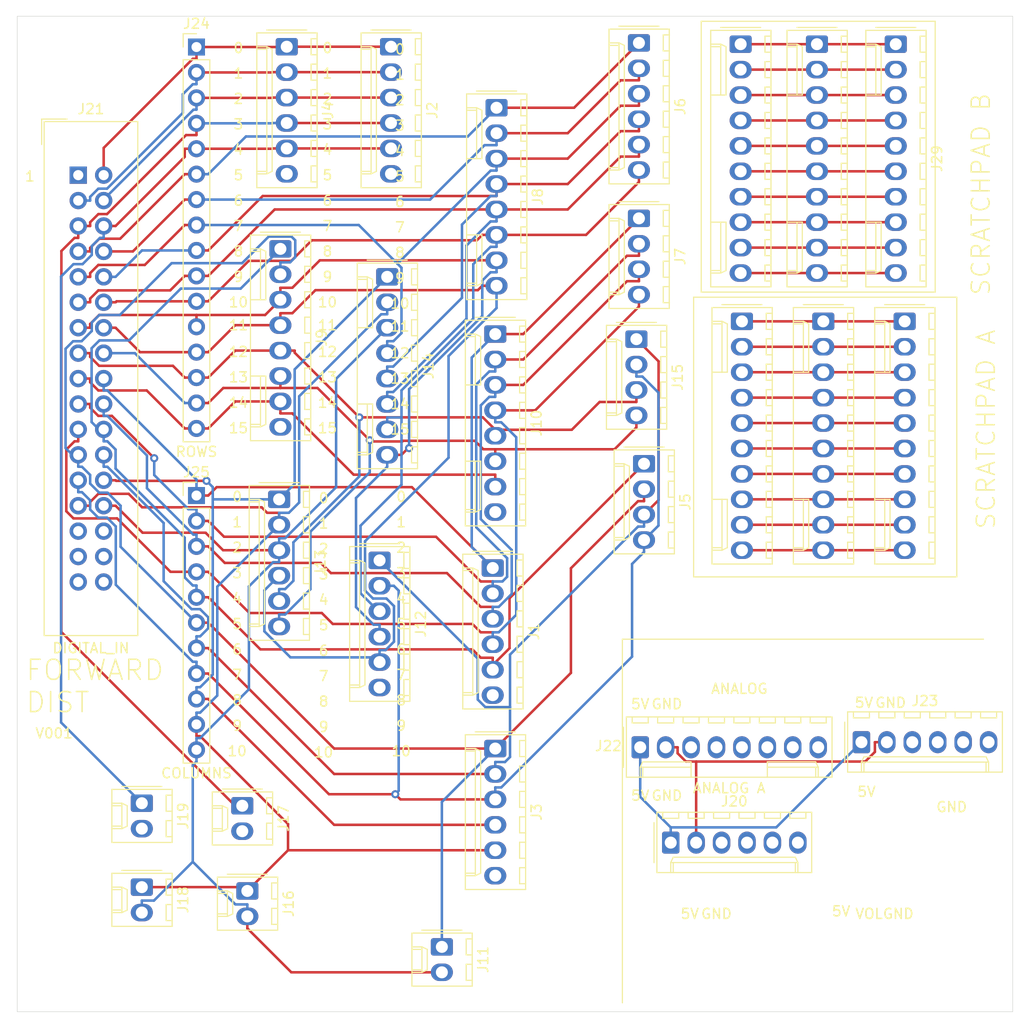
<source format=kicad_pcb>
(kicad_pcb (version 20171130) (host pcbnew "(5.1.5-0-10_14)")
  (layers (0 F.Cu signal) (31 B.Cu signal) (34 B.Paste user) (35 F.Paste user) (36 B.SilkS user) (37 F.SilkS user) (38 B.Mask user) (39 F.Mask user) (44 Edge.Cuts user))
  (net 0 "")
  (net 1 /ANALOG_GND)
  (net 2 /ANALOG_5V)
  (net 3 /COL10)
  (net 4 /COL9)
  (net 5 /ROW1)
  (net 6 /ROW0)
  (net 7 /COL8)
  (net 8 /COL7)
  (net 9 /COL6)
  (net 10 /COL5)
  (net 11 /COL4)
  (net 12 /COL3)
  (net 13 /ROW3)
  (net 14 /ROW2)
  (net 15 /ROW5)
  (net 16 /ROW4)
  (net 17 /COL2)
  (net 18 /COL1)
  (net 19 /COL0)
  (net 20 /ROW9)
  (net 21 /ROW8)
  (net 22 /ROW7)
  (net 23 /ROW6)
  (net 24 /ROW13)
  (net 25 /ROW12)
  (net 26 /ROW11)
  (net 27 /ROW10)
  (net 28 /ROW15)
  (net 29 /ROW14)
  (net 30 /A10)
  (net 31 /A9)
  (net 32 /A8)
  (net 33 /A7)
  (net 34 /A6)
  (net 35 /A5)
  (net 36 /A4)
  (net 37 /A3)
  (net 38 /A2)
  (net 39 /A1)
  (net 40 /B10)
  (net 41 /B9)
  (net 42 /B8)
  (net 43 /B7)
  (net 44 /B6)
  (net 45 /B5)
  (net 46 /B4)
  (net 47 /B3)
  (net 48 /B2)
  (net 49 /B1)
  (module PT_Library_v001:Molex_1x02_P2.54mm_Vertical (layer F.Cu) (at 142.367 115.57 270)
    (fp_text reference J19 (at 1.27 -4.12 90) (layer F.SilkS))
    (fp_text value "RIGHT EWI ROW")
    (pad 2 thru_hole oval (at 2.54 0 270) (size 1.74 2.2) (drill 1.2) (layers *.Cu *.Mask))
    (pad 1 thru_hole roundrect (at 0 0 270) (size 1.74 2.2) (drill 1.2) (layers *.Cu *.Mask) (roundrect_rratio 0.143678) (net 16 /ROW4))
  )
  (module PT_Library_v001:Molex_1x02_P2.54mm_Vertical (layer F.Cu) (at 142.367 123.952 270)
    (fp_text reference J18 (at 1.27 -4.12 90) (layer F.SilkS))
    (fp_text value "RIGHT RWI COL")
    (pad 2 thru_hole oval (at 2.54 0 270) (size 1.74 2.2) (drill 1.2) (layers *.Cu *.Mask) (net 3 /COL10))
    (pad 1 thru_hole roundrect (at 0 0 270) (size 1.74 2.2) (drill 1.2) (layers *.Cu *.Mask) (roundrect_rratio 0.143678) (net 4 /COL9))
  )
  (module PT_Library_v001:Molex_1x02_P2.54mm_Vertical (layer F.Cu) (at 152.4 115.824 270)
    (fp_text reference J17 (at 1.27 -4.12 90) (layer F.SilkS))
    (fp_text value "LEFT EWI ROW")
    (pad 2 thru_hole oval (at 2.54 0 270) (size 1.74 2.2) (drill 1.2) (layers *.Cu *.Mask))
    (pad 1 thru_hole roundrect (at 0 0 270) (size 1.74 2.2) (drill 1.2) (layers *.Cu *.Mask) (roundrect_rratio 0.143678) (net 13 /ROW3))
  )
  (module PT_Library_v001:Molex_1x02_P2.54mm_Vertical (layer F.Cu) (at 152.908 124.333 270)
    (fp_text reference J16 (at 1.27 -4.12 90) (layer F.SilkS))
    (fp_text value "LEFT EWI COL")
    (pad 2 thru_hole oval (at 2.54 0 270) (size 1.74 2.2) (drill 1.2) (layers *.Cu *.Mask) (net 3 /COL10))
    (pad 1 thru_hole roundrect (at 0 0 270) (size 1.74 2.2) (drill 1.2) (layers *.Cu *.Mask) (roundrect_rratio 0.143678) (net 4 /COL9))
  )
  (module PT_Library_v001:Molex_1x04_P2.54mm_Vertical (layer F.Cu) (at 191.77 69.215 270)
    (fp_text reference J15 (at 3.81 -4.12 90) (layer F.SilkS))
    (fp_text value SPIN)
    (pad 4 thru_hole oval (at 7.62 0 270) (size 1.74 2.2) (drill 1.2) (layers *.Cu *.Mask) (net 29 /ROW14))
    (pad 3 thru_hole oval (at 5.08 0 270) (size 1.74 2.2) (drill 1.2) (layers *.Cu *.Mask) (net 24 /ROW13))
    (pad 2 thru_hole oval (at 2.54 0 270) (size 1.74 2.2) (drill 1.2) (layers *.Cu *.Mask) (net 8 /COL7))
    (pad 1 thru_hole roundrect (at 0 0 270) (size 1.74 2.2) (drill 1.2) (layers *.Cu *.Mask) (roundrect_rratio 0.143678) (net 9 /COL6))
  )
  (module PT_Library_v001:Molex_1x08_P2.54mm_Vertical (layer F.Cu) (at 166.878 62.992 270)
    (fp_text reference J14 (at 8.89 -4.12 90) (layer F.SilkS))
    (fp_text value ECM)
    (pad 8 thru_hole oval (at 17.78 0 270) (size 1.74 2.2) (drill 1.2) (layers *.Cu *.Mask) (net 26 /ROW11))
    (pad 7 thru_hole oval (at 15.24 0 270) (size 1.74 2.2) (drill 1.2) (layers *.Cu *.Mask) (net 27 /ROW10))
    (pad 6 thru_hole oval (at 12.7 0 270) (size 1.74 2.2) (drill 1.2) (layers *.Cu *.Mask) (net 20 /ROW9))
    (pad 5 thru_hole oval (at 10.16 0 270) (size 1.74 2.2) (drill 1.2) (layers *.Cu *.Mask) (net 21 /ROW8))
    (pad 4 thru_hole oval (at 7.62 0 270) (size 1.74 2.2) (drill 1.2) (layers *.Cu *.Mask) (net 22 /ROW7))
    (pad 3 thru_hole oval (at 5.08 0 270) (size 1.74 2.2) (drill 1.2) (layers *.Cu *.Mask) (net 3 /COL10))
    (pad 2 thru_hole oval (at 2.54 0 270) (size 1.74 2.2) (drill 1.2) (layers *.Cu *.Mask) (net 4 /COL9))
    (pad 1 thru_hole roundrect (at 0 0 270) (size 1.74 2.2) (drill 1.2) (layers *.Cu *.Mask) (roundrect_rratio 0.143678) (net 7 /COL8))
  )
  (module PT_Library_v001:Molex_1x06_P2.54mm_Vertical (layer F.Cu) (at 156.083 85.217 270)
    (fp_text reference J13 (at 6.35 -4.12 90) (layer F.SilkS))
    (fp_text value "HUD CONTROL")
    (pad 6 thru_hole oval (at 12.7 0 270) (size 1.74 2.2) (drill 1.2) (layers *.Cu *.Mask) (net 29 /ROW14))
    (pad 5 thru_hole oval (at 10.16 0 270) (size 1.74 2.2) (drill 1.2) (layers *.Cu *.Mask) (net 24 /ROW13))
    (pad 4 thru_hole oval (at 7.62 0 270) (size 1.74 2.2) (drill 1.2) (layers *.Cu *.Mask) (net 25 /ROW12))
    (pad 3 thru_hole oval (at 5.08 0 270) (size 1.74 2.2) (drill 1.2) (layers *.Cu *.Mask) (net 3 /COL10))
    (pad 2 thru_hole oval (at 2.54 0 270) (size 1.74 2.2) (drill 1.2) (layers *.Cu *.Mask) (net 4 /COL9))
    (pad 1 thru_hole roundrect (at 0 0 270) (size 1.74 2.2) (drill 1.2) (layers *.Cu *.Mask) (roundrect_rratio 0.143678) (net 7 /COL8))
  )
  (module PT_Library_v001:Molex_1x06_P2.54mm_Vertical (layer F.Cu) (at 166.116 91.313 270)
    (fp_text reference J12 (at 6.35 -4.12 90) (layer F.SilkS))
    (fp_text value "MASTER ARM")
    (pad 6 thru_hole oval (at 12.7 0 270) (size 1.74 2.2) (drill 1.2) (layers *.Cu *.Mask))
    (pad 5 thru_hole oval (at 10.16 0 270) (size 1.74 2.2) (drill 1.2) (layers *.Cu *.Mask) (net 25 /ROW12))
    (pad 4 thru_hole oval (at 7.62 0 270) (size 1.74 2.2) (drill 1.2) (layers *.Cu *.Mask) (net 26 /ROW11))
    (pad 3 thru_hole oval (at 5.08 0 270) (size 1.74 2.2) (drill 1.2) (layers *.Cu *.Mask) (net 27 /ROW10))
    (pad 2 thru_hole oval (at 2.54 0 270) (size 1.74 2.2) (drill 1.2) (layers *.Cu *.Mask) (net 8 /COL7))
    (pad 1 thru_hole roundrect (at 0 0 270) (size 1.74 2.2) (drill 1.2) (layers *.Cu *.Mask) (roundrect_rratio 0.143678) (net 9 /COL6))
  )
  (module PT_Library_v001:Molex_1x02_P2.54mm_Vertical (layer F.Cu) (at 172.339 129.921 270)
    (fp_text reference J11 (at 1.27 -4.12 90) (layer F.SilkS))
    (fp_text value BIT)
    (pad 2 thru_hole oval (at 2.54 0 270) (size 1.74 2.2) (drill 1.2) (layers *.Cu *.Mask) (net 3 /COL10))
    (pad 1 thru_hole roundrect (at 0 0 270) (size 1.74 2.2) (drill 1.2) (layers *.Cu *.Mask) (roundrect_rratio 0.143678) (net 10 /COL5))
  )
  (module PT_Library_v001:Molex_1x08_P2.54mm_Vertical (layer F.Cu) (at 177.673 68.707 270)
    (fp_text reference J10 (at 8.89 -4.12 90) (layer F.SilkS))
    (fp_text value IFEI)
    (pad 8 thru_hole oval (at 17.78 0 270) (size 1.74 2.2) (drill 1.2) (layers *.Cu *.Mask))
    (pad 7 thru_hole oval (at 15.24 0 270) (size 1.74 2.2) (drill 1.2) (layers *.Cu *.Mask) (net 28 /ROW15))
    (pad 6 thru_hole oval (at 12.7 0 270) (size 1.74 2.2) (drill 1.2) (layers *.Cu *.Mask) (net 29 /ROW14))
    (pad 5 thru_hole oval (at 10.16 0 270) (size 1.74 2.2) (drill 1.2) (layers *.Cu *.Mask) (net 24 /ROW13))
    (pad 4 thru_hole oval (at 7.62 0 270) (size 1.74 2.2) (drill 1.2) (layers *.Cu *.Mask) (net 12 /COL3))
    (pad 3 thru_hole oval (at 5.08 0 270) (size 1.74 2.2) (drill 1.2) (layers *.Cu *.Mask) (net 17 /COL2))
    (pad 2 thru_hole oval (at 2.54 0 270) (size 1.74 2.2) (drill 1.2) (layers *.Cu *.Mask) (net 18 /COL1))
    (pad 1 thru_hole roundrect (at 0 0 270) (size 1.74 2.2) (drill 1.2) (layers *.Cu *.Mask) (roundrect_rratio 0.143678) (net 19 /COL0))
  )
  (module PT_Library_v001:Molex_1x08_P2.54mm_Vertical (layer F.Cu) (at 156.21 60.198 270)
    (fp_text reference J9 (at 8.89 -4.12 90) (layer F.SilkS))
    (fp_text value "RWR CONTROL")
    (pad 8 thru_hole oval (at 17.78 0 270) (size 1.74 2.2) (drill 1.2) (layers *.Cu *.Mask))
    (pad 7 thru_hole oval (at 15.24 0 270) (size 1.74 2.2) (drill 1.2) (layers *.Cu *.Mask) (net 28 /ROW15))
    (pad 6 thru_hole oval (at 12.7 0 270) (size 1.74 2.2) (drill 1.2) (layers *.Cu *.Mask) (net 29 /ROW14))
    (pad 5 thru_hole oval (at 10.16 0 270) (size 1.74 2.2) (drill 1.2) (layers *.Cu *.Mask) (net 24 /ROW13))
    (pad 4 thru_hole oval (at 7.62 0 270) (size 1.74 2.2) (drill 1.2) (layers *.Cu *.Mask) (net 25 /ROW12))
    (pad 3 thru_hole oval (at 5.08 0 270) (size 1.74 2.2) (drill 1.2) (layers *.Cu *.Mask) (net 26 /ROW11))
    (pad 2 thru_hole oval (at 2.54 0 270) (size 1.74 2.2) (drill 1.2) (layers *.Cu *.Mask) (net 10 /COL5))
    (pad 1 thru_hole roundrect (at 0 0 270) (size 1.74 2.2) (drill 1.2) (layers *.Cu *.Mask) (roundrect_rratio 0.143678) (net 11 /COL4))
  )
  (module PT_Library_v001:Molex_1x06_P2.54mm_Vertical (layer F.Cu) (at 214.249 109.474)
    (fp_text reference J23 (at 6.35 -4.12) (layer F.SilkS))
    (fp_text value "ANALOG C")
    (pad 6 thru_hole oval (at 12.7 0) (size 1.74 2.2) (drill 1.2) (layers *.Cu *.Mask))
    (pad 5 thru_hole oval (at 10.16 0) (size 1.74 2.2) (drill 1.2) (layers *.Cu *.Mask))
    (pad 4 thru_hole oval (at 7.62 0) (size 1.74 2.2) (drill 1.2) (layers *.Cu *.Mask))
    (pad 3 thru_hole oval (at 5.08 0) (size 1.74 2.2) (drill 1.2) (layers *.Cu *.Mask))
    (pad 2 thru_hole oval (at 2.54 0) (size 1.74 2.2) (drill 1.2) (layers *.Cu *.Mask) (net 1 /ANALOG_GND))
    (pad 1 thru_hole roundrect (at 0 0) (size 1.74 2.2) (drill 1.2) (layers *.Cu *.Mask) (roundrect_rratio 0.143678) (net 2 /ANALOG_5V))
  )
  (module PT_Library_v001:Molex_1x06_P2.54mm_Vertical (layer F.Cu) (at 195.199 119.507)
    (fp_text reference J20 (at 6.35 -4.12) (layer F.SilkS))
    (fp_text value "ANALOG B")
    (pad 6 thru_hole oval (at 12.7 0) (size 1.74 2.2) (drill 1.2) (layers *.Cu *.Mask))
    (pad 5 thru_hole oval (at 10.16 0) (size 1.74 2.2) (drill 1.2) (layers *.Cu *.Mask))
    (pad 4 thru_hole oval (at 7.62 0) (size 1.74 2.2) (drill 1.2) (layers *.Cu *.Mask))
    (pad 3 thru_hole oval (at 5.08 0) (size 1.74 2.2) (drill 1.2) (layers *.Cu *.Mask))
    (pad 2 thru_hole oval (at 2.54 0) (size 1.74 2.2) (drill 1.2) (layers *.Cu *.Mask) (net 1 /ANALOG_GND))
    (pad 1 thru_hole roundrect (at 0 0) (size 1.74 2.2) (drill 1.2) (layers *.Cu *.Mask) (roundrect_rratio 0.143678) (net 2 /ANALOG_5V))
  )
  (module PT_Library_v001:Molex_1x08_P2.54mm_Vertical (layer F.Cu) (at 177.8 46.101 270)
    (fp_text reference J8 (at 8.89 -4.12 90) (layer F.SilkS))
    (fp_text value "AMPCD ROW")
    (pad 8 thru_hole oval (at 17.78 0 270) (size 1.74 2.2) (drill 1.2) (layers *.Cu *.Mask) (net 25 /ROW12))
    (pad 7 thru_hole oval (at 15.24 0 270) (size 1.74 2.2) (drill 1.2) (layers *.Cu *.Mask) (net 26 /ROW11))
    (pad 6 thru_hole oval (at 12.7 0 270) (size 1.74 2.2) (drill 1.2) (layers *.Cu *.Mask) (net 27 /ROW10))
    (pad 5 thru_hole oval (at 10.16 0 270) (size 1.74 2.2) (drill 1.2) (layers *.Cu *.Mask) (net 20 /ROW9))
    (pad 4 thru_hole oval (at 7.62 0 270) (size 1.74 2.2) (drill 1.2) (layers *.Cu *.Mask) (net 21 /ROW8))
    (pad 3 thru_hole oval (at 5.08 0 270) (size 1.74 2.2) (drill 1.2) (layers *.Cu *.Mask) (net 22 /ROW7))
    (pad 2 thru_hole oval (at 2.54 0 270) (size 1.74 2.2) (drill 1.2) (layers *.Cu *.Mask) (net 23 /ROW6))
    (pad 1 thru_hole roundrect (at 0 0 270) (size 1.74 2.2) (drill 1.2) (layers *.Cu *.Mask) (roundrect_rratio 0.143678) (net 15 /ROW5))
  )
  (module PT_Library_v001:Molex_1x04_P2.54mm_Vertical (layer F.Cu) (at 192.024 57.15 270)
    (fp_text reference J7 (at 3.81 -4.12 90) (layer F.SilkS))
    (fp_text value "AMPCD COL")
    (pad 4 thru_hole oval (at 7.62 0 270) (size 1.74 2.2) (drill 1.2) (layers *.Cu *.Mask) (net 12 /COL3))
    (pad 3 thru_hole oval (at 5.08 0 270) (size 1.74 2.2) (drill 1.2) (layers *.Cu *.Mask) (net 17 /COL2))
    (pad 2 thru_hole oval (at 2.54 0 270) (size 1.74 2.2) (drill 1.2) (layers *.Cu *.Mask) (net 18 /COL1))
    (pad 1 thru_hole roundrect (at 0 0 270) (size 1.74 2.2) (drill 1.2) (layers *.Cu *.Mask) (roundrect_rratio 0.143678) (net 19 /COL0))
  )
  (module PT_Library_v001:Molex_1x06_P2.54mm_Vertical (layer F.Cu) (at 192.024 39.624 270)
    (fp_text reference J6 (at 6.35 -4.12 90) (layer F.SilkS))
    (fp_text value "UFC ROW")
    (pad 6 thru_hole oval (at 12.7 0 270) (size 1.74 2.2) (drill 1.2) (layers *.Cu *.Mask) (net 27 /ROW10))
    (pad 5 thru_hole oval (at 10.16 0 270) (size 1.74 2.2) (drill 1.2) (layers *.Cu *.Mask) (net 20 /ROW9))
    (pad 4 thru_hole oval (at 7.62 0 270) (size 1.74 2.2) (drill 1.2) (layers *.Cu *.Mask) (net 21 /ROW8))
    (pad 3 thru_hole oval (at 5.08 0 270) (size 1.74 2.2) (drill 1.2) (layers *.Cu *.Mask) (net 22 /ROW7))
    (pad 2 thru_hole oval (at 2.54 0 270) (size 1.74 2.2) (drill 1.2) (layers *.Cu *.Mask) (net 23 /ROW6))
    (pad 1 thru_hole roundrect (at 0 0 270) (size 1.74 2.2) (drill 1.2) (layers *.Cu *.Mask) (roundrect_rratio 0.143678) (net 15 /ROW5))
  )
  (module PT_Library_v001:Molex_1x04_P2.54mm_Vertical (layer F.Cu) (at 192.532 81.661 270)
    (fp_text reference J5 (at 3.81 -4.12 90) (layer F.SilkS))
    (fp_text value "UFC COL")
    (pad 4 thru_hole oval (at 7.62 0 270) (size 1.74 2.2) (drill 1.2) (layers *.Cu *.Mask) (net 8 /COL7))
    (pad 3 thru_hole oval (at 5.08 0 270) (size 1.74 2.2) (drill 1.2) (layers *.Cu *.Mask) (net 9 /COL6))
    (pad 2 thru_hole oval (at 2.54 0 270) (size 1.74 2.2) (drill 1.2) (layers *.Cu *.Mask) (net 10 /COL5))
    (pad 1 thru_hole roundrect (at 0 0 270) (size 1.74 2.2) (drill 1.2) (layers *.Cu *.Mask) (roundrect_rratio 0.143678) (net 11 /COL4))
  )
  (module PT_Library_v001:Molex_1x06_P2.54mm_Vertical (layer F.Cu) (at 156.845 40.005 270)
    (fp_text reference J4 (at 6.35 -4.12 90) (layer F.SilkS))
    (fp_text value "RIGHT DDI ROW")
    (pad 6 thru_hole oval (at 12.7 0 270) (size 1.74 2.2) (drill 1.2) (layers *.Cu *.Mask))
    (pad 5 thru_hole oval (at 10.16 0 270) (size 1.74 2.2) (drill 1.2) (layers *.Cu *.Mask) (net 16 /ROW4))
    (pad 4 thru_hole oval (at 7.62 0 270) (size 1.74 2.2) (drill 1.2) (layers *.Cu *.Mask) (net 13 /ROW3))
    (pad 3 thru_hole oval (at 5.08 0 270) (size 1.74 2.2) (drill 1.2) (layers *.Cu *.Mask) (net 14 /ROW2))
    (pad 2 thru_hole oval (at 2.54 0 270) (size 1.74 2.2) (drill 1.2) (layers *.Cu *.Mask) (net 5 /ROW1))
    (pad 1 thru_hole roundrect (at 0 0 270) (size 1.74 2.2) (drill 1.2) (layers *.Cu *.Mask) (roundrect_rratio 0.143678) (net 6 /ROW0))
  )
  (module PT_Library_v001:Molex_1x06_P2.54mm_Vertical (layer F.Cu) (at 177.673 110.109 270)
    (fp_text reference J3 (at 6.35 -4.12 90) (layer F.SilkS))
    (fp_text value "RIGHT DDI COL")
    (pad 6 thru_hole oval (at 12.7 0 270) (size 1.74 2.2) (drill 1.2) (layers *.Cu *.Mask))
    (pad 5 thru_hole oval (at 10.16 0 270) (size 1.74 2.2) (drill 1.2) (layers *.Cu *.Mask) (net 4 /COL9))
    (pad 4 thru_hole oval (at 7.62 0 270) (size 1.74 2.2) (drill 1.2) (layers *.Cu *.Mask) (net 7 /COL8))
    (pad 3 thru_hole oval (at 5.08 0 270) (size 1.74 2.2) (drill 1.2) (layers *.Cu *.Mask) (net 8 /COL7))
    (pad 2 thru_hole oval (at 2.54 0 270) (size 1.74 2.2) (drill 1.2) (layers *.Cu *.Mask) (net 9 /COL6))
    (pad 1 thru_hole roundrect (at 0 0 270) (size 1.74 2.2) (drill 1.2) (layers *.Cu *.Mask) (roundrect_rratio 0.143678) (net 10 /COL5))
  )
  (module PT_Library_v001:Molex_1x06_P2.54mm_Vertical (layer F.Cu) (at 167.259 40.005 270)
    (fp_text reference J2 (at 6.35 -4.12 90) (layer F.SilkS))
    (fp_text value "LEFT DDI ROW")
    (pad 6 thru_hole oval (at 12.7 0 270) (size 1.74 2.2) (drill 1.2) (layers *.Cu *.Mask))
    (pad 5 thru_hole oval (at 10.16 0 270) (size 1.74 2.2) (drill 1.2) (layers *.Cu *.Mask) (net 16 /ROW4))
    (pad 4 thru_hole oval (at 7.62 0 270) (size 1.74 2.2) (drill 1.2) (layers *.Cu *.Mask) (net 13 /ROW3))
    (pad 3 thru_hole oval (at 5.08 0 270) (size 1.74 2.2) (drill 1.2) (layers *.Cu *.Mask) (net 14 /ROW2))
    (pad 2 thru_hole oval (at 2.54 0 270) (size 1.74 2.2) (drill 1.2) (layers *.Cu *.Mask) (net 5 /ROW1))
    (pad 1 thru_hole roundrect (at 0 0 270) (size 1.74 2.2) (drill 1.2) (layers *.Cu *.Mask) (roundrect_rratio 0.143678) (net 6 /ROW0))
  )
  (module PT_Library_v001:Molex_1x06_P2.54mm_Vertical (layer F.Cu) (at 177.419 92.075 270)
    (fp_text reference J1 (at 6.35 -4.12 90) (layer F.SilkS))
    (fp_text value "LEFT DDI COL")
    (pad 6 thru_hole oval (at 12.7 0 270) (size 1.74 2.2) (drill 1.2) (layers *.Cu *.Mask))
    (pad 5 thru_hole oval (at 10.16 0 270) (size 1.74 2.2) (drill 1.2) (layers *.Cu *.Mask) (net 11 /COL4))
    (pad 4 thru_hole oval (at 7.62 0 270) (size 1.74 2.2) (drill 1.2) (layers *.Cu *.Mask) (net 12 /COL3))
    (pad 3 thru_hole oval (at 5.08 0 270) (size 1.74 2.2) (drill 1.2) (layers *.Cu *.Mask) (net 17 /COL2))
    (pad 2 thru_hole oval (at 2.54 0 270) (size 1.74 2.2) (drill 1.2) (layers *.Cu *.Mask) (net 18 /COL1))
    (pad 1 thru_hole roundrect (at 0 0 270) (size 1.74 2.2) (drill 1.2) (layers *.Cu *.Mask) (roundrect_rratio 0.143678) (net 19 /COL0))
  )
  (module MountingHole:MountingHole_3.2mm_M3 (layer F.Cu) (at 225.35 40.386)
    (fp_text reference H8)
    (fp_text value MountingHole)
    (pad 1 np_thru_hole circle (at 0 0) (size 3.2 3.2) (drill 3.2) (layers *.Cu *.Mask))
  )
  (module MountingHole:MountingHole_3.2mm_M3 (layer F.Cu) (at 193.35 96.386)
    (fp_text reference H7)
    (fp_text value MountingHole)
    (pad 1 np_thru_hole circle (at 0 0) (size 3.2 3.2) (drill 3.2) (layers *.Cu *.Mask))
  )
  (module PT_Library_v001:Molex_1x10_P2.54mm_Vertical (layer F.Cu) (at 202.184 39.751 270)
    (fp_text reference J35)
    (fp_text value SpareB3)
    (pad 10 thru_hole oval (at 22.86 0 270) (size 1.74 2.2) (drill 1.2) (layers *.Cu *.Mask) (net 40 /B10))
    (pad 9 thru_hole oval (at 20.32 0 270) (size 1.74 2.2) (drill 1.2) (layers *.Cu *.Mask) (net 41 /B9))
    (pad 8 thru_hole oval (at 17.78 0 270) (size 1.74 2.2) (drill 1.2) (layers *.Cu *.Mask) (net 42 /B8))
    (pad 7 thru_hole oval (at 15.24 0 270) (size 1.74 2.2) (drill 1.2) (layers *.Cu *.Mask) (net 43 /B7))
    (pad 6 thru_hole oval (at 12.7 0 270) (size 1.74 2.2) (drill 1.2) (layers *.Cu *.Mask) (net 44 /B6))
    (pad 5 thru_hole oval (at 10.16 0 270) (size 1.74 2.2) (drill 1.2) (layers *.Cu *.Mask) (net 45 /B5))
    (pad 4 thru_hole oval (at 7.62 0 270) (size 1.74 2.2) (drill 1.2) (layers *.Cu *.Mask) (net 46 /B4))
    (pad 3 thru_hole oval (at 5.08 0 270) (size 1.74 2.2) (drill 1.2) (layers *.Cu *.Mask) (net 47 /B3))
    (pad 2 thru_hole oval (at 2.54 0 270) (size 1.74 2.2) (drill 1.2) (layers *.Cu *.Mask) (net 48 /B2))
    (pad 1 thru_hole roundrect (at 0 0 270) (size 1.74 2.2) (drill 1.2) (layers *.Cu *.Mask) (roundrect_rratio 0.143678) (net 49 /B1))
  )
  (module PT_Library_v001:Molex_1x10_P2.54mm_Vertical (layer F.Cu) (at 202.311 67.437 270)
    (fp_text reference J34)
    (fp_text value SpareA3)
    (pad 10 thru_hole oval (at 22.86 0 270) (size 1.74 2.2) (drill 1.2) (layers *.Cu *.Mask) (net 30 /A10))
    (pad 9 thru_hole oval (at 20.32 0 270) (size 1.74 2.2) (drill 1.2) (layers *.Cu *.Mask) (net 31 /A9))
    (pad 8 thru_hole oval (at 17.78 0 270) (size 1.74 2.2) (drill 1.2) (layers *.Cu *.Mask) (net 32 /A8))
    (pad 7 thru_hole oval (at 15.24 0 270) (size 1.74 2.2) (drill 1.2) (layers *.Cu *.Mask) (net 33 /A7))
    (pad 6 thru_hole oval (at 12.7 0 270) (size 1.74 2.2) (drill 1.2) (layers *.Cu *.Mask) (net 34 /A6))
    (pad 5 thru_hole oval (at 10.16 0 270) (size 1.74 2.2) (drill 1.2) (layers *.Cu *.Mask) (net 35 /A5))
    (pad 4 thru_hole oval (at 7.62 0 270) (size 1.74 2.2) (drill 1.2) (layers *.Cu *.Mask) (net 36 /A4))
    (pad 3 thru_hole oval (at 5.08 0 270) (size 1.74 2.2) (drill 1.2) (layers *.Cu *.Mask) (net 37 /A3))
    (pad 2 thru_hole oval (at 2.54 0 270) (size 1.74 2.2) (drill 1.2) (layers *.Cu *.Mask) (net 38 /A2))
    (pad 1 thru_hole roundrect (at 0 0 270) (size 1.74 2.2) (drill 1.2) (layers *.Cu *.Mask) (roundrect_rratio 0.143678) (net 39 /A1))
  )
  (module PT_Library_v001:Molex_1x10_P2.54mm_Vertical (layer F.Cu) (at 209.804 39.751 270)
    (fp_text reference J31)
    (fp_text value SpareB2)
    (pad 10 thru_hole oval (at 22.86 0 270) (size 1.74 2.2) (drill 1.2) (layers *.Cu *.Mask) (net 40 /B10))
    (pad 9 thru_hole oval (at 20.32 0 270) (size 1.74 2.2) (drill 1.2) (layers *.Cu *.Mask) (net 41 /B9))
    (pad 8 thru_hole oval (at 17.78 0 270) (size 1.74 2.2) (drill 1.2) (layers *.Cu *.Mask) (net 42 /B8))
    (pad 7 thru_hole oval (at 15.24 0 270) (size 1.74 2.2) (drill 1.2) (layers *.Cu *.Mask) (net 43 /B7))
    (pad 6 thru_hole oval (at 12.7 0 270) (size 1.74 2.2) (drill 1.2) (layers *.Cu *.Mask) (net 44 /B6))
    (pad 5 thru_hole oval (at 10.16 0 270) (size 1.74 2.2) (drill 1.2) (layers *.Cu *.Mask) (net 45 /B5))
    (pad 4 thru_hole oval (at 7.62 0 270) (size 1.74 2.2) (drill 1.2) (layers *.Cu *.Mask) (net 46 /B4))
    (pad 3 thru_hole oval (at 5.08 0 270) (size 1.74 2.2) (drill 1.2) (layers *.Cu *.Mask) (net 47 /B3))
    (pad 2 thru_hole oval (at 2.54 0 270) (size 1.74 2.2) (drill 1.2) (layers *.Cu *.Mask) (net 48 /B2))
    (pad 1 thru_hole roundrect (at 0 0 270) (size 1.74 2.2) (drill 1.2) (layers *.Cu *.Mask) (roundrect_rratio 0.143678) (net 49 /B1))
  )
  (module PT_Library_v001:Molex_1x10_P2.54mm_Vertical (layer F.Cu) (at 218.567 67.437 270)
    (fp_text reference J30)
    (fp_text value SpareA2)
    (pad 10 thru_hole oval (at 22.86 0 270) (size 1.74 2.2) (drill 1.2) (layers *.Cu *.Mask) (net 30 /A10))
    (pad 9 thru_hole oval (at 20.32 0 270) (size 1.74 2.2) (drill 1.2) (layers *.Cu *.Mask) (net 31 /A9))
    (pad 8 thru_hole oval (at 17.78 0 270) (size 1.74 2.2) (drill 1.2) (layers *.Cu *.Mask) (net 32 /A8))
    (pad 7 thru_hole oval (at 15.24 0 270) (size 1.74 2.2) (drill 1.2) (layers *.Cu *.Mask) (net 33 /A7))
    (pad 6 thru_hole oval (at 12.7 0 270) (size 1.74 2.2) (drill 1.2) (layers *.Cu *.Mask) (net 34 /A6))
    (pad 5 thru_hole oval (at 10.16 0 270) (size 1.74 2.2) (drill 1.2) (layers *.Cu *.Mask) (net 35 /A5))
    (pad 4 thru_hole oval (at 7.62 0 270) (size 1.74 2.2) (drill 1.2) (layers *.Cu *.Mask) (net 36 /A4))
    (pad 3 thru_hole oval (at 5.08 0 270) (size 1.74 2.2) (drill 1.2) (layers *.Cu *.Mask) (net 37 /A3))
    (pad 2 thru_hole oval (at 2.54 0 270) (size 1.74 2.2) (drill 1.2) (layers *.Cu *.Mask) (net 38 /A2))
    (pad 1 thru_hole roundrect (at 0 0 270) (size 1.74 2.2) (drill 1.2) (layers *.Cu *.Mask) (roundrect_rratio 0.143678) (net 39 /A1))
  )
  (module PT_Library_v001:Molex_1x10_P2.54mm_Vertical (layer F.Cu) (at 217.678 39.751 270)
    (fp_text reference J29 (at 11.43 -4.12 90) (layer F.SilkS))
    (fp_text value SpareB1)
    (pad 10 thru_hole oval (at 22.86 0 270) (size 1.74 2.2) (drill 1.2) (layers *.Cu *.Mask) (net 40 /B10))
    (pad 9 thru_hole oval (at 20.32 0 270) (size 1.74 2.2) (drill 1.2) (layers *.Cu *.Mask) (net 41 /B9))
    (pad 8 thru_hole oval (at 17.78 0 270) (size 1.74 2.2) (drill 1.2) (layers *.Cu *.Mask) (net 42 /B8))
    (pad 7 thru_hole oval (at 15.24 0 270) (size 1.74 2.2) (drill 1.2) (layers *.Cu *.Mask) (net 43 /B7))
    (pad 6 thru_hole oval (at 12.7 0 270) (size 1.74 2.2) (drill 1.2) (layers *.Cu *.Mask) (net 44 /B6))
    (pad 5 thru_hole oval (at 10.16 0 270) (size 1.74 2.2) (drill 1.2) (layers *.Cu *.Mask) (net 45 /B5))
    (pad 4 thru_hole oval (at 7.62 0 270) (size 1.74 2.2) (drill 1.2) (layers *.Cu *.Mask) (net 46 /B4))
    (pad 3 thru_hole oval (at 5.08 0 270) (size 1.74 2.2) (drill 1.2) (layers *.Cu *.Mask) (net 47 /B3))
    (pad 2 thru_hole oval (at 2.54 0 270) (size 1.74 2.2) (drill 1.2) (layers *.Cu *.Mask) (net 48 /B2))
    (pad 1 thru_hole roundrect (at 0 0 270) (size 1.74 2.2) (drill 1.2) (layers *.Cu *.Mask) (roundrect_rratio 0.143678) (net 49 /B1))
  )
  (module PT_Library_v001:Molex_1x10_P2.54mm_Vertical (layer F.Cu) (at 210.439 67.437 270)
    (fp_text reference J28)
    (fp_text value SpareA1)
    (pad 10 thru_hole oval (at 22.86 0 270) (size 1.74 2.2) (drill 1.2) (layers *.Cu *.Mask) (net 30 /A10))
    (pad 9 thru_hole oval (at 20.32 0 270) (size 1.74 2.2) (drill 1.2) (layers *.Cu *.Mask) (net 31 /A9))
    (pad 8 thru_hole oval (at 17.78 0 270) (size 1.74 2.2) (drill 1.2) (layers *.Cu *.Mask) (net 32 /A8))
    (pad 7 thru_hole oval (at 15.24 0 270) (size 1.74 2.2) (drill 1.2) (layers *.Cu *.Mask) (net 33 /A7))
    (pad 6 thru_hole oval (at 12.7 0 270) (size 1.74 2.2) (drill 1.2) (layers *.Cu *.Mask) (net 34 /A6))
    (pad 5 thru_hole oval (at 10.16 0 270) (size 1.74 2.2) (drill 1.2) (layers *.Cu *.Mask) (net 35 /A5))
    (pad 4 thru_hole oval (at 7.62 0 270) (size 1.74 2.2) (drill 1.2) (layers *.Cu *.Mask) (net 36 /A4))
    (pad 3 thru_hole oval (at 5.08 0 270) (size 1.74 2.2) (drill 1.2) (layers *.Cu *.Mask) (net 37 /A3))
    (pad 2 thru_hole oval (at 2.54 0 270) (size 1.74 2.2) (drill 1.2) (layers *.Cu *.Mask) (net 38 /A2))
    (pad 1 thru_hole roundrect (at 0 0 270) (size 1.74 2.2) (drill 1.2) (layers *.Cu *.Mask) (roundrect_rratio 0.143678) (net 39 /A1))
  )
  (module Connector_IDC:IDC-Header_2x17_P2.54mm_Vertical (layer F.Cu) (at 136.017 52.832)
    (fp_text reference J21 (at 1.27 -6.604) (layer F.SilkS))
    (fp_text value DIGITAL_IN (at 1.27 47.244) (layer F.SilkS))
    (pad 34 thru_hole oval (at 2.54 40.64) (size 1.7272 1.7272) (drill 1.016) (layers *.Cu *.Mask))
    (pad 33 thru_hole oval (at 0 40.64) (size 1.7272 1.7272) (drill 1.016) (layers *.Cu *.Mask))
    (pad 32 thru_hole oval (at 2.54 38.1) (size 1.7272 1.7272) (drill 1.016) (layers *.Cu *.Mask))
    (pad 31 thru_hole oval (at 0 38.1) (size 1.7272 1.7272) (drill 1.016) (layers *.Cu *.Mask))
    (pad 30 thru_hole oval (at 2.54 35.56) (size 1.7272 1.7272) (drill 1.016) (layers *.Cu *.Mask))
    (pad 29 thru_hole oval (at 0 35.56) (size 1.7272 1.7272) (drill 1.016) (layers *.Cu *.Mask))
    (pad 28 thru_hole oval (at 2.54 33.02) (size 1.7272 1.7272) (drill 1.016) (layers *.Cu *.Mask) (net 3 /COL10))
    (pad 27 thru_hole oval (at 0 33.02) (size 1.7272 1.7272) (drill 1.016) (layers *.Cu *.Mask) (net 4 /COL9))
    (pad 26 thru_hole oval (at 2.54 30.48) (size 1.7272 1.7272) (drill 1.016) (layers *.Cu *.Mask) (net 7 /COL8))
    (pad 25 thru_hole oval (at 0 30.48) (size 1.7272 1.7272) (drill 1.016) (layers *.Cu *.Mask) (net 8 /COL7))
    (pad 24 thru_hole oval (at 2.54 27.94) (size 1.7272 1.7272) (drill 1.016) (layers *.Cu *.Mask) (net 9 /COL6))
    (pad 23 thru_hole oval (at 0 27.94) (size 1.7272 1.7272) (drill 1.016) (layers *.Cu *.Mask) (net 10 /COL5))
    (pad 22 thru_hole oval (at 2.54 25.4) (size 1.7272 1.7272) (drill 1.016) (layers *.Cu *.Mask) (net 11 /COL4))
    (pad 21 thru_hole oval (at 0 25.4) (size 1.7272 1.7272) (drill 1.016) (layers *.Cu *.Mask) (net 12 /COL3))
    (pad 20 thru_hole oval (at 2.54 22.86) (size 1.7272 1.7272) (drill 1.016) (layers *.Cu *.Mask) (net 17 /COL2))
    (pad 19 thru_hole oval (at 0 22.86) (size 1.7272 1.7272) (drill 1.016) (layers *.Cu *.Mask) (net 18 /COL1))
    (pad 18 thru_hole oval (at 2.54 20.32) (size 1.7272 1.7272) (drill 1.016) (layers *.Cu *.Mask) (net 19 /COL0))
    (pad 17 thru_hole oval (at 0 20.32) (size 1.7272 1.7272) (drill 1.016) (layers *.Cu *.Mask) (net 28 /ROW15))
    (pad 16 thru_hole oval (at 2.54 17.78) (size 1.7272 1.7272) (drill 1.016) (layers *.Cu *.Mask) (net 29 /ROW14))
    (pad 15 thru_hole oval (at 0 17.78) (size 1.7272 1.7272) (drill 1.016) (layers *.Cu *.Mask) (net 24 /ROW13))
    (pad 14 thru_hole oval (at 2.54 15.24) (size 1.7272 1.7272) (drill 1.016) (layers *.Cu *.Mask) (net 25 /ROW12))
    (pad 13 thru_hole oval (at 0 15.24) (size 1.7272 1.7272) (drill 1.016) (layers *.Cu *.Mask) (net 26 /ROW11))
    (pad 12 thru_hole oval (at 2.54 12.7) (size 1.7272 1.7272) (drill 1.016) (layers *.Cu *.Mask) (net 27 /ROW10))
    (pad 11 thru_hole oval (at 0 12.7) (size 1.7272 1.7272) (drill 1.016) (layers *.Cu *.Mask) (net 20 /ROW9))
    (pad 10 thru_hole oval (at 2.54 10.16) (size 1.7272 1.7272) (drill 1.016) (layers *.Cu *.Mask) (net 21 /ROW8))
    (pad 9 thru_hole oval (at 0 10.16) (size 1.7272 1.7272) (drill 1.016) (layers *.Cu *.Mask) (net 22 /ROW7))
    (pad 8 thru_hole oval (at 2.54 7.62) (size 1.7272 1.7272) (drill 1.016) (layers *.Cu *.Mask) (net 23 /ROW6))
    (pad 7 thru_hole oval (at 0 7.62) (size 1.7272 1.7272) (drill 1.016) (layers *.Cu *.Mask) (net 15 /ROW5))
    (pad 6 thru_hole oval (at 2.54 5.08) (size 1.7272 1.7272) (drill 1.016) (layers *.Cu *.Mask) (net 16 /ROW4))
    (pad 5 thru_hole oval (at 0 5.08) (size 1.7272 1.7272) (drill 1.016) (layers *.Cu *.Mask) (net 13 /ROW3))
    (pad 4 thru_hole oval (at 2.54 2.54) (size 1.7272 1.7272) (drill 1.016) (layers *.Cu *.Mask) (net 14 /ROW2))
    (pad 3 thru_hole oval (at 0 2.54) (size 1.7272 1.7272) (drill 1.016) (layers *.Cu *.Mask) (net 5 /ROW1))
    (pad 2 thru_hole oval (at 2.54 0) (size 1.7272 1.7272) (drill 1.016) (layers *.Cu *.Mask) (net 6 /ROW0))
    (pad 1 thru_hole rect (at 0 0) (size 1.7272 1.7272) (drill 1.016) (layers *.Cu *.Mask))
  )
  (module PT_Library_v001:Molex_1x08_P2.54mm_Vertical (layer F.Cu) (at 192.151 109.982)
    (fp_text reference J22 (at -3.175 -0.127) (layer F.SilkS))
    (fp_text value "ANALOG A" (at 8.89 4.08) (layer F.SilkS))
    (pad 8 thru_hole oval (at 17.78 0) (size 1.74 2.2) (drill 1.2) (layers *.Cu *.Mask))
    (pad 7 thru_hole oval (at 15.24 0) (size 1.74 2.2) (drill 1.2) (layers *.Cu *.Mask))
    (pad 6 thru_hole oval (at 12.7 0) (size 1.74 2.2) (drill 1.2) (layers *.Cu *.Mask))
    (pad 5 thru_hole oval (at 10.16 0) (size 1.74 2.2) (drill 1.2) (layers *.Cu *.Mask))
    (pad 4 thru_hole oval (at 7.62 0) (size 1.74 2.2) (drill 1.2) (layers *.Cu *.Mask))
    (pad 3 thru_hole oval (at 5.08 0) (size 1.74 2.2) (drill 1.2) (layers *.Cu *.Mask))
    (pad 2 thru_hole oval (at 2.54 0) (size 1.74 2.2) (drill 1.2) (layers *.Cu *.Mask) (net 1 /ANALOG_GND))
    (pad 1 thru_hole roundrect (at 0 0) (size 1.74 2.2) (drill 1.2) (layers *.Cu *.Mask) (roundrect_rratio 0.143678) (net 2 /ANALOG_5V))
  )
  (module Connector_PinHeader_2.54mm:PinHeader_1x16_P2.54mm_Vertical (layer F.Cu) (at 147.828 40.035)
    (fp_text reference J24 (at 0 -2.33) (layer F.SilkS))
    (fp_text value ROWS (at 0 40.43) (layer F.SilkS))
    (pad 16 thru_hole oval (at 0 38.1) (size 1.7 1.7) (drill 1) (layers *.Cu *.Mask) (net 28 /ROW15))
    (pad 15 thru_hole oval (at 0 35.56) (size 1.7 1.7) (drill 1) (layers *.Cu *.Mask) (net 29 /ROW14))
    (pad 14 thru_hole oval (at 0 33.02) (size 1.7 1.7) (drill 1) (layers *.Cu *.Mask) (net 24 /ROW13))
    (pad 13 thru_hole oval (at 0 30.48) (size 1.7 1.7) (drill 1) (layers *.Cu *.Mask) (net 25 /ROW12))
    (pad 12 thru_hole oval (at 0 27.94) (size 1.7 1.7) (drill 1) (layers *.Cu *.Mask) (net 26 /ROW11))
    (pad 11 thru_hole oval (at 0 25.4) (size 1.7 1.7) (drill 1) (layers *.Cu *.Mask) (net 27 /ROW10))
    (pad 10 thru_hole oval (at 0 22.86) (size 1.7 1.7) (drill 1) (layers *.Cu *.Mask) (net 20 /ROW9))
    (pad 9 thru_hole oval (at 0 20.32) (size 1.7 1.7) (drill 1) (layers *.Cu *.Mask) (net 21 /ROW8))
    (pad 8 thru_hole oval (at 0 17.78) (size 1.7 1.7) (drill 1) (layers *.Cu *.Mask) (net 22 /ROW7))
    (pad 7 thru_hole oval (at 0 15.24) (size 1.7 1.7) (drill 1) (layers *.Cu *.Mask) (net 23 /ROW6))
    (pad 6 thru_hole oval (at 0 12.7) (size 1.7 1.7) (drill 1) (layers *.Cu *.Mask) (net 15 /ROW5))
    (pad 5 thru_hole oval (at 0 10.16) (size 1.7 1.7) (drill 1) (layers *.Cu *.Mask) (net 16 /ROW4))
    (pad 4 thru_hole oval (at 0 7.62) (size 1.7 1.7) (drill 1) (layers *.Cu *.Mask) (net 13 /ROW3))
    (pad 3 thru_hole oval (at 0 5.08) (size 1.7 1.7) (drill 1) (layers *.Cu *.Mask) (net 14 /ROW2))
    (pad 2 thru_hole oval (at 0 2.54) (size 1.7 1.7) (drill 1) (layers *.Cu *.Mask) (net 5 /ROW1))
    (pad 1 thru_hole rect (at 0 0) (size 1.7 1.7) (drill 1) (layers *.Cu *.Mask) (net 6 /ROW0))
  )
  (module Connector_PinHeader_2.54mm:PinHeader_1x11_P2.54mm_Vertical (layer F.Cu) (at 147.828 84.836)
    (fp_text reference J25 (at 0 -2.33) (layer F.SilkS))
    (fp_text value COLUMNS (at 0 27.73) (layer F.SilkS))
    (pad 11 thru_hole oval (at 0 25.4) (size 1.7 1.7) (drill 1) (layers *.Cu *.Mask) (net 3 /COL10))
    (pad 10 thru_hole oval (at 0 22.86) (size 1.7 1.7) (drill 1) (layers *.Cu *.Mask) (net 4 /COL9))
    (pad 9 thru_hole oval (at 0 20.32) (size 1.7 1.7) (drill 1) (layers *.Cu *.Mask) (net 7 /COL8))
    (pad 8 thru_hole oval (at 0 17.78) (size 1.7 1.7) (drill 1) (layers *.Cu *.Mask) (net 8 /COL7))
    (pad 7 thru_hole oval (at 0 15.24) (size 1.7 1.7) (drill 1) (layers *.Cu *.Mask) (net 9 /COL6))
    (pad 6 thru_hole oval (at 0 12.7) (size 1.7 1.7) (drill 1) (layers *.Cu *.Mask) (net 10 /COL5))
    (pad 5 thru_hole oval (at 0 10.16) (size 1.7 1.7) (drill 1) (layers *.Cu *.Mask) (net 11 /COL4))
    (pad 4 thru_hole oval (at 0 7.62) (size 1.7 1.7) (drill 1) (layers *.Cu *.Mask) (net 12 /COL3))
    (pad 3 thru_hole oval (at 0 5.08) (size 1.7 1.7) (drill 1) (layers *.Cu *.Mask) (net 17 /COL2))
    (pad 2 thru_hole oval (at 0 2.54) (size 1.7 1.7) (drill 1) (layers *.Cu *.Mask) (net 18 /COL1))
    (pad 1 thru_hole rect (at 0 0) (size 1.7 1.7) (drill 1) (layers *.Cu *.Mask) (net 19 /COL0))
  )
  (module MountingHole:MountingHole_3.2mm_M3 (layer F.Cu) (at 133.35 40.386)
    (fp_text reference H6)
    (fp_text value MountingHole)
    (pad 1 np_thru_hole circle (at 0 0) (size 3.2 3.2) (drill 3.2) (layers *.Cu *.Mask))
  )
  (module MountingHole:MountingHole_3.2mm_M3 (layer F.Cu) (at 181.35 40.386)
    (fp_text reference H5)
    (fp_text value MountingHole)
    (pad 1 np_thru_hole circle (at 0 0) (size 3.2 3.2) (drill 3.2) (layers *.Cu *.Mask))
  )
  (module MountingHole:MountingHole_3.2mm_M3 (layer F.Cu) (at 181.35 132.386)
    (fp_text reference H4)
    (fp_text value MountingHole)
    (pad 1 np_thru_hole circle (at 0 0) (size 3.2 3.2) (drill 3.2) (layers *.Cu *.Mask))
  )
  (module MountingHole:MountingHole_3.2mm_M3 (layer F.Cu) (at 133.35 132.386)
    (fp_text reference H3)
    (fp_text value MountingHole)
    (pad 1 np_thru_hole circle (at 0 0) (size 3.2 3.2) (drill 3.2) (layers *.Cu *.Mask))
  )
  (module MountingHole:MountingHole_3.2mm_M3 (layer F.Cu) (at 225.35 96.386)
    (fp_text reference H2)
    (fp_text value MountingHole)
    (pad 1 np_thru_hole circle (at 0 0) (size 3.2 3.2) (drill 3.2) (layers *.Cu *.Mask))
  )
  (module MountingHole:MountingHole_3.2mm_M3 (layer F.Cu) (at 225.35 132.386)
    (fp_text reference H1)
    (fp_text value MountingHole)
    (pad 1 np_thru_hole circle (at 0 0) (size 3.2 3.2) (drill 3.2) (layers *.Cu *.Mask))
  )
  (gr_text GND (at 217.17 105.537) (layer F.SilkS) (effects (font (size 1 1))))
  (gr_text 5V (at 214.503 105.537) (layer F.SilkS) (effects (font (size 1 1))))
  (gr_text GND (at 194.818 105.664) (layer F.SilkS) (effects (font (size 1 1))))
  (gr_text 5V (at 192.151 105.664) (layer F.SilkS) (effects (font (size 1 1))))
  (gr_text GND (at 194.818 114.808) (layer F.SilkS) (effects (font (size 1 1))))
  (gr_text 5V (at 192.151 114.808) (layer F.SilkS) (effects (font (size 1 1))))
  (gr_text GND (at 223.266 115.951) (layer F.SilkS) (effects (font (size 1 1))))
  (gr_text 5V (at 214.757 114.427) (layer F.SilkS) (effects (font (size 1 1))))
  (gr_text GND (at 199.771 126.619) (layer F.SilkS) (effects (font (size 1 1))))
  (gr_text 5V (at 197.104 126.619) (layer F.SilkS) (effects (font (size 1 1))))
  (gr_text VOL (at 215.011 126.619) (layer F.SilkS) (effects (font (size 1 1))))
  (gr_text GND (at 217.932 126.619) (layer F.SilkS) (effects (font (size 1 1))))
  (gr_text 5V (at 212.217 126.365) (layer F.SilkS) (effects (font (size 1 1))))
  (gr_text 15 (at 168.148 78.232) (layer F.SilkS) (effects (font (size 1 1))))
  (gr_text 10 (at 168.148 65.659) (layer F.SilkS) (effects (font (size 1 1))))
  (gr_text 12 (at 168.148 70.612) (layer F.SilkS) (effects (font (size 1 1))))
  (gr_text 1 (at 168.148 42.799) (layer F.SilkS) (effects (font (size 1 1))))
  (gr_text 4 (at 168.148 50.419) (layer F.SilkS) (effects (font (size 1 1))))
  (gr_text 3 (at 168.148 47.879) (layer F.SilkS) (effects (font (size 1 1))))
  (gr_text 14 (at 168.148 75.692) (layer F.SilkS) (effects (font (size 1 1))))
  (gr_text 5 (at 168.148 52.959) (layer F.SilkS) (effects (font (size 1 1))))
  (gr_text 9 (at 168.148 63.119) (layer F.SilkS) (effects (font (size 1 1))))
  (gr_text 0 (at 168.148 40.259) (layer F.SilkS) (effects (font (size 1 1))))
  (gr_text 8 (at 168.148 60.579) (layer F.SilkS) (effects (font (size 1 1))))
  (gr_text 2 (at 168.148 45.339) (layer F.SilkS) (effects (font (size 1 1))))
  (gr_text 11 (at 168.148 67.945) (layer F.SilkS) (effects (font (size 1 1))))
  (gr_text 7 (at 168.148 58.039) (layer F.SilkS) (effects (font (size 1 1))))
  (gr_text 13 (at 168.148 73.152) (layer F.SilkS) (effects (font (size 1 1))))
  (gr_text 6 (at 168.148 55.499) (layer F.SilkS) (effects (font (size 1 1))))
  (gr_text 11 (at 160.909 67.818) (layer F.SilkS) (effects (font (size 1 1))))
  (gr_text 12 (at 160.909 70.485) (layer F.SilkS) (effects (font (size 1 1))))
  (gr_text 13 (at 160.909 73.025) (layer F.SilkS) (effects (font (size 1 1))))
  (gr_text 15 (at 160.909 78.105) (layer F.SilkS) (effects (font (size 1 1))))
  (gr_text 14 (at 160.909 75.565) (layer F.SilkS) (effects (font (size 1 1))))
  (gr_text 7 (at 160.909 57.912) (layer F.SilkS) (effects (font (size 1 1))))
  (gr_text 2 (at 160.909 45.212) (layer F.SilkS) (effects (font (size 1 1))))
  (gr_text 5 (at 160.909 52.832) (layer F.SilkS) (effects (font (size 1 1))))
  (gr_text 10 (at 160.909 65.532) (layer F.SilkS) (effects (font (size 1 1))))
  (gr_text 9 (at 160.909 62.992) (layer F.SilkS) (effects (font (size 1 1))))
  (gr_text 8 (at 160.909 60.452) (layer F.SilkS) (effects (font (size 1 1))))
  (gr_text 3 (at 160.909 47.752) (layer F.SilkS) (effects (font (size 1 1))))
  (gr_text 1 (at 160.909 42.672) (layer F.SilkS) (effects (font (size 1 1))))
  (gr_text 4 (at 160.909 50.292) (layer F.SilkS) (effects (font (size 1 1))))
  (gr_text 0 (at 160.909 40.132) (layer F.SilkS) (effects (font (size 1 1))))
  (gr_text 6 (at 160.909 55.372) (layer F.SilkS) (effects (font (size 1 1))))
  (gr_text 15 (at 152.019 78.105) (layer F.SilkS) (effects (font (size 1 1))))
  (gr_text 14 (at 152.019 75.565) (layer F.SilkS) (effects (font (size 1 1))))
  (gr_text 13 (at 152.019 73.025) (layer F.SilkS) (effects (font (size 1 1))))
  (gr_text 12 (at 152.019 70.485) (layer F.SilkS) (effects (font (size 1 1))))
  (gr_text 11 (at 152.019 67.818) (layer F.SilkS) (effects (font (size 1 1))))
  (gr_text 6 (at 152.019 55.372) (layer F.SilkS) (effects (font (size 1 1))))
  (gr_text 8 (at 152.019 60.452) (layer F.SilkS) (effects (font (size 1 1))))
  (gr_text 9 (at 152.019 62.992) (layer F.SilkS) (effects (font (size 1 1))))
  (gr_text 7 (at 152.019 57.912) (layer F.SilkS) (effects (font (size 1 1))))
  (gr_text 4 (at 152.019 50.292) (layer F.SilkS) (effects (font (size 1 1))))
  (gr_text 5 (at 152.019 52.832) (layer F.SilkS) (effects (font (size 1 1))))
  (gr_text 2 (at 152.019 45.212) (layer F.SilkS) (effects (font (size 1 1))))
  (gr_text 3 (at 152.019 47.752) (layer F.SilkS) (effects (font (size 1 1))))
  (gr_text 1 (at 152.019 42.672) (layer F.SilkS) (effects (font (size 1 1))))
  (gr_text 10 (at 152.019 65.532) (layer F.SilkS) (effects (font (size 1 1))))
  (gr_text 0 (at 152.019 40.132) (layer F.SilkS) (effects (font (size 1 1))))
  (gr_text 1 (at 160.528 87.63) (layer F.SilkS) (effects (font (size 1 1))))
  (gr_text 9 (at 160.528 107.95) (layer F.SilkS) (effects (font (size 1 1))))
  (gr_text 7 (at 160.528 102.87) (layer F.SilkS) (effects (font (size 1 1))))
  (gr_text 0 (at 160.528 85.09) (layer F.SilkS) (effects (font (size 1 1))))
  (gr_text 5 (at 160.528 97.79) (layer F.SilkS) (effects (font (size 1 1))))
  (gr_text 10 (at 160.528 110.49) (layer F.SilkS) (effects (font (size 1 1))))
  (gr_text 3 (at 160.528 92.71) (layer F.SilkS) (effects (font (size 1 1))))
  (gr_text 6 (at 160.528 100.33) (layer F.SilkS) (effects (font (size 1 1))))
  (gr_text 2 (at 160.528 90.17) (layer F.SilkS) (effects (font (size 1 1))))
  (gr_text 4 (at 160.528 95.25) (layer F.SilkS) (effects (font (size 1 1))))
  (gr_text 8 (at 160.528 105.41) (layer F.SilkS) (effects (font (size 1 1))))
  (gr_text 10 (at 168.275 110.363) (layer F.SilkS) (effects (font (size 1 1))))
  (gr_text 8 (at 168.275 105.283) (layer F.SilkS) (effects (font (size 1 1))))
  (gr_text 5 (at 168.275 97.663) (layer F.SilkS) (effects (font (size 1 1))))
  (gr_text 4 (at 168.275 95.123) (layer F.SilkS) (effects (font (size 1 1))))
  (gr_text 0 (at 168.275 84.963) (layer F.SilkS) (effects (font (size 1 1))))
  (gr_text 2 (at 168.275 90.043) (layer F.SilkS) (effects (font (size 1 1))))
  (gr_text 7 (at 168.275 102.743) (layer F.SilkS) (effects (font (size 1 1))))
  (gr_text 6 (at 168.275 100.203) (layer F.SilkS) (effects (font (size 1 1))))
  (gr_text 9 (at 168.275 107.823) (layer F.SilkS) (effects (font (size 1 1))))
  (gr_text 3 (at 168.275 92.583) (layer F.SilkS) (effects (font (size 1 1))))
  (gr_text 1 (at 168.275 87.503) (layer F.SilkS) (effects (font (size 1 1))))
  (gr_text 10 (at 151.892 110.363) (layer F.SilkS) (effects (font (size 1 1))))
  (gr_text 9 (at 151.892 107.823) (layer F.SilkS) (effects (font (size 1 1))))
  (gr_text 8 (at 151.892 105.283) (layer F.SilkS) (effects (font (size 1 1))))
  (gr_text 7 (at 151.892 102.743) (layer F.SilkS) (effects (font (size 1 1))))
  (gr_text 6 (at 151.892 100.203) (layer F.SilkS) (effects (font (size 1 1))))
  (gr_text 5 (at 151.892 97.663) (layer F.SilkS) (effects (font (size 1 1))))
  (gr_text 4 (at 151.892 95.123) (layer F.SilkS) (effects (font (size 1 1))))
  (gr_text 3 (at 151.892 92.583) (layer F.SilkS) (effects (font (size 1 1))))
  (gr_text 2 (at 151.892 90.043) (layer F.SilkS) (effects (font (size 1 1))))
  (gr_text 1 (at 151.892 87.503) (layer F.SilkS) (effects (font (size 1 1))))
  (gr_text 0 (at 151.892 84.963) (layer F.SilkS) (effects (font (size 1 1))))
  (gr_text 1 (at 131.191 52.959) (layer F.SilkS) (effects (font (size 1 1))))
  (gr_text "SCRATCHPAD A" (at 226.695 78.232 90) (layer F.SilkS) (effects (font (size 1.8 1.8))))
  (gr_text "SCRATCHPAD B" (at 226.187 54.737 90) (layer F.SilkS) (effects (font (size 1.8 1.8))))
  (gr_line (start 198.247 64.516) (end 198.247 37.465) (layer F.SilkS) (width 0.12))
  (gr_line (start 221.615 64.516) (end 198.247 64.516) (layer F.SilkS) (width 0.12))
  (gr_line (start 221.615 37.465) (end 221.615 64.516) (layer F.SilkS) (width 0.12))
  (gr_line (start 198.247 37.465) (end 221.615 37.465) (layer F.SilkS) (width 0.12))
  (gr_line (start 197.485 92.964) (end 197.485 65.024) (layer F.SilkS) (width 0.12))
  (gr_line (start 223.774 92.964) (end 197.485 92.964) (layer F.SilkS) (width 0.12))
  (gr_line (start 223.774 65.024) (end 223.774 92.964) (layer F.SilkS) (width 0.12))
  (gr_line (start 197.485 65.024) (end 223.774 65.024) (layer F.SilkS) (width 0.12))
  (gr_text ANALOG (at 202.057 104.14) (layer F.SilkS) (effects (font (size 1 1))))
  (gr_line (start 190.373 99.187) (end 226.441 99.187) (layer F.SilkS) (width 0.12))
  (gr_line (start 190.373 99.187) (end 190.373 135.509) (layer F.SilkS) (width 0.12))
  (gr_text V001 (at 133.604 108.585) (layer F.SilkS) (effects (font (size 1 1))))
  (gr_text "FORWARD \nDIST" (at 130.683 103.886) (layer F.SilkS) (effects (font (size 2 2)) (justify left)))
  (gr_line (start 129.921 36.957) (end 129.921 136.398) (layer Edge.Cuts) (width 0.05))
  (gr_line (start 229.362 136.398) (end 129.921 136.398) (layer Edge.Cuts) (width 0.05))
  (gr_line (start 229.362 36.957) (end 229.362 136.398) (layer Edge.Cuts) (width 0.05))
  (gr_line (start 129.921 36.957) (end 229.362 36.957) (layer Edge.Cuts) (width 0.05))
  (segment (start 197.739 111.4085) (end 214.6304 111.4085) (width 0.25) (layer F.Cu) (net 1))
  (segment (start 214.6304 111.4085) (end 215.5937 110.4452) (width 0.25) (layer F.Cu) (net 1))
  (segment (start 215.5937 110.4452) (end 215.5937 109.474) (width 0.25) (layer F.Cu) (net 1))
  (segment (start 195.8863 109.982) (end 195.8863 110.5796) (width 0.25) (layer F.Cu) (net 1))
  (segment (start 195.8863 110.5796) (end 196.7152 111.4085) (width 0.25) (layer F.Cu) (net 1))
  (segment (start 196.7152 111.4085) (end 197.739 111.4085) (width 0.25) (layer F.Cu) (net 1))
  (segment (start 197.739 119.507) (end 197.739 111.4085) (width 0.25) (layer F.Cu) (net 1))
  (segment (start 216.789 109.474) (end 215.5937 109.474) (width 0.25) (layer F.Cu) (net 1))
  (segment (start 194.691 109.982) (end 195.8863 109.982) (width 0.25) (layer F.Cu) (net 1))
  (segment (start 195.199 117.983) (end 205.74 117.983) (width 0.25) (layer B.Cu) (net 2))
  (segment (start 205.74 117.983) (end 214.249 109.474) (width 0.25) (layer B.Cu) (net 2))
  (segment (start 192.151 109.982) (end 192.151 114.935) (width 0.25) (layer B.Cu) (net 2))
  (segment (start 192.151 114.935) (end 195.199 117.983) (width 0.25) (layer B.Cu) (net 2))
  (segment (start 195.199 119.507) (end 195.199 117.983) (width 0.25) (layer B.Cu) (net 2))
  (segment (start 156.083 89.1017) (end 156.6806 89.1017) (width 0.25) (layer B.Cu) (net 3))
  (segment (start 156.6806 89.1017) (end 161.775 84.0073) (width 0.25) (layer B.Cu) (net 3))
  (segment (start 161.775 84.0073) (end 161.775 73.175) (width 0.25) (layer B.Cu) (net 3))
  (segment (start 161.775 73.175) (end 166.878 68.072) (width 0.25) (layer B.Cu) (net 3))
  (segment (start 147.828 110.236) (end 147.828 111.4113) (width 0.25) (layer B.Cu) (net 3))
  (segment (start 152.908 126.873) (end 152.908 125.6777) (width 0.25) (layer B.Cu) (net 3))
  (segment (start 147.4554 121.4204) (end 147.4554 111.7839) (width 0.25) (layer B.Cu) (net 3))
  (segment (start 147.4554 111.7839) (end 147.828 111.4113) (width 0.25) (layer B.Cu) (net 3))
  (segment (start 152.908 125.6777) (end 151.7127 125.6777) (width 0.25) (layer B.Cu) (net 3))
  (segment (start 151.7127 125.6777) (end 147.4554 121.4204) (width 0.25) (layer B.Cu) (net 3))
  (segment (start 147.4554 121.4204) (end 143.5791 125.2967) (width 0.25) (layer B.Cu) (net 3))
  (segment (start 143.5791 125.2967) (end 142.367 125.2967) (width 0.25) (layer B.Cu) (net 3))
  (segment (start 142.367 126.492) (end 142.367 125.2967) (width 0.25) (layer B.Cu) (net 3))
  (segment (start 147.828 109.6483) (end 147.828 110.236) (width 0.25) (layer B.Cu) (net 3))
  (segment (start 147.828 109.6483) (end 147.828 109.0607) (width 0.25) (layer B.Cu) (net 3))
  (segment (start 156.083 90.297) (end 156.083 89.1017) (width 0.25) (layer B.Cu) (net 3))
  (segment (start 147.828 109.0607) (end 148.1953 109.0607) (width 0.25) (layer B.Cu) (net 3))
  (segment (start 148.1953 109.0607) (end 153.0666 104.1894) (width 0.25) (layer B.Cu) (net 3))
  (segment (start 153.0666 104.1894) (end 153.0666 93.9111) (width 0.25) (layer B.Cu) (net 3))
  (segment (start 153.0666 93.9111) (end 155.4854 91.4923) (width 0.25) (layer B.Cu) (net 3))
  (segment (start 155.4854 91.4923) (end 156.083 91.4923) (width 0.25) (layer B.Cu) (net 3))
  (segment (start 156.083 90.297) (end 156.083 91.4923) (width 0.25) (layer B.Cu) (net 3))
  (segment (start 152.908 126.873) (end 152.908 128.0683) (width 0.25) (layer F.Cu) (net 3))
  (segment (start 172.339 132.461) (end 157.3007 132.461) (width 0.25) (layer F.Cu) (net 3))
  (segment (start 157.3007 132.461) (end 152.908 128.0683) (width 0.25) (layer F.Cu) (net 3))
  (segment (start 138.557 85.852) (end 139.7459 85.852) (width 0.25) (layer F.Cu) (net 3))
  (segment (start 139.7459 85.852) (end 142.4453 88.5514) (width 0.25) (layer F.Cu) (net 3))
  (segment (start 142.4453 88.5514) (end 148.7374 88.5514) (width 0.25) (layer F.Cu) (net 3))
  (segment (start 148.7374 88.5514) (end 150.483 90.297) (width 0.25) (layer F.Cu) (net 3))
  (segment (start 150.483 90.297) (end 156.083 90.297) (width 0.25) (layer F.Cu) (net 3))
  (segment (start 166.878 65.532) (end 166.878 66.7273) (width 0.25) (layer B.Cu) (net 4))
  (segment (start 156.083 87.757) (end 156.083 86.5617) (width 0.25) (layer B.Cu) (net 4))
  (segment (start 156.083 86.5617) (end 157.0542 86.5617) (width 0.25) (layer B.Cu) (net 4))
  (segment (start 157.0542 86.5617) (end 158.0858 85.5301) (width 0.25) (layer B.Cu) (net 4))
  (segment (start 158.0858 85.5301) (end 158.0858 74.9219) (width 0.25) (layer B.Cu) (net 4))
  (segment (start 158.0858 74.9219) (end 166.2804 66.7273) (width 0.25) (layer B.Cu) (net 4))
  (segment (start 166.2804 66.7273) (end 166.878 66.7273) (width 0.25) (layer B.Cu) (net 4))
  (segment (start 147.828 106.5207) (end 148.1953 106.5207) (width 0.25) (layer B.Cu) (net 4))
  (segment (start 148.1953 106.5207) (end 149.904 104.812) (width 0.25) (layer B.Cu) (net 4))
  (segment (start 149.904 104.812) (end 149.904 93.936) (width 0.25) (layer B.Cu) (net 4))
  (segment (start 149.904 93.936) (end 156.083 87.757) (width 0.25) (layer B.Cu) (net 4))
  (segment (start 147.828 107.696) (end 147.828 106.5207) (width 0.25) (layer B.Cu) (net 4))
  (segment (start 147.828 107.696) (end 147.828 108.8713) (width 0.25) (layer F.Cu) (net 4))
  (segment (start 156.972 120.269) (end 152.908 124.333) (width 0.25) (layer F.Cu) (net 4))
  (segment (start 177.673 120.269) (end 156.972 120.269) (width 0.25) (layer F.Cu) (net 4))
  (segment (start 147.828 108.8713) (end 148.1953 108.8713) (width 0.25) (layer F.Cu) (net 4))
  (segment (start 148.1953 108.8713) (end 156.972 117.648) (width 0.25) (layer F.Cu) (net 4))
  (segment (start 156.972 117.648) (end 156.972 120.269) (width 0.25) (layer F.Cu) (net 4))
  (segment (start 136.017 85.852) (end 137.2059 85.852) (width 0.25) (layer F.Cu) (net 4))
  (segment (start 156.083 87.757) (end 156.083 86.5617) (width 0.25) (layer F.Cu) (net 4))
  (segment (start 156.083 86.5617) (end 154.8877 86.5617) (width 0.25) (layer F.Cu) (net 4))
  (segment (start 154.8877 86.5617) (end 154.3374 86.0114) (width 0.25) (layer F.Cu) (net 4))
  (segment (start 154.3374 86.0114) (end 142.3977 86.0114) (width 0.25) (layer F.Cu) (net 4))
  (segment (start 142.3977 86.0114) (end 141.0494 84.6631) (width 0.25) (layer F.Cu) (net 4))
  (segment (start 141.0494 84.6631) (end 138.0232 84.6631) (width 0.25) (layer F.Cu) (net 4))
  (segment (start 138.0232 84.6631) (end 137.2059 85.4804) (width 0.25) (layer F.Cu) (net 4))
  (segment (start 137.2059 85.4804) (end 137.2059 85.852) (width 0.25) (layer F.Cu) (net 4))
  (segment (start 142.367 123.952) (end 152.527 123.952) (width 0.25) (layer F.Cu) (net 4))
  (segment (start 152.527 123.952) (end 152.908 124.333) (width 0.25) (layer F.Cu) (net 4))
  (segment (start 147.828 43.7503) (end 147.4606 43.7503) (width 0.25) (layer B.Cu) (net 5))
  (segment (start 147.4606 43.7503) (end 146.4661 44.7448) (width 0.25) (layer B.Cu) (net 5))
  (segment (start 146.4661 44.7448) (end 146.4661 46.6094) (width 0.25) (layer B.Cu) (net 5))
  (segment (start 146.4661 46.6094) (end 138.8924 54.1831) (width 0.25) (layer B.Cu) (net 5))
  (segment (start 138.8924 54.1831) (end 138.0232 54.1831) (width 0.25) (layer B.Cu) (net 5))
  (segment (start 138.0232 54.1831) (end 137.2059 55.0004) (width 0.25) (layer B.Cu) (net 5))
  (segment (start 137.2059 55.0004) (end 137.2059 55.372) (width 0.25) (layer B.Cu) (net 5))
  (segment (start 136.017 55.372) (end 137.2059 55.372) (width 0.25) (layer B.Cu) (net 5))
  (segment (start 147.828 42.575) (end 147.828 43.7503) (width 0.25) (layer B.Cu) (net 5))
  (segment (start 167.259 42.545) (end 156.845 42.545) (width 0.25) (layer F.Cu) (net 5))
  (segment (start 156.845 42.545) (end 155.4197 42.545) (width 0.25) (layer F.Cu) (net 5))
  (segment (start 147.828 42.575) (end 155.3897 42.575) (width 0.25) (layer F.Cu) (net 5))
  (segment (start 155.3897 42.575) (end 155.4197 42.545) (width 0.25) (layer F.Cu) (net 5))
  (segment (start 147.828 40.035) (end 147.828 41.2103) (width 0.25) (layer F.Cu) (net 6))
  (segment (start 147.828 41.2103) (end 147.4607 41.2103) (width 0.25) (layer F.Cu) (net 6))
  (segment (start 147.4607 41.2103) (end 138.557 50.114) (width 0.25) (layer F.Cu) (net 6))
  (segment (start 138.557 50.114) (end 138.557 52.832) (width 0.25) (layer F.Cu) (net 6))
  (segment (start 147.828 40.035) (end 156.815 40.035) (width 0.25) (layer F.Cu) (net 6))
  (segment (start 156.815 40.035) (end 156.845 40.005) (width 0.25) (layer F.Cu) (net 6))
  (segment (start 167.259 40.005) (end 156.845 40.005) (width 0.25) (layer F.Cu) (net 6))
  (segment (start 156.083 85.217) (end 157.6354 83.6646) (width 0.25) (layer B.Cu) (net 7))
  (segment (start 157.6354 83.6646) (end 157.6354 72.2346) (width 0.25) (layer B.Cu) (net 7))
  (segment (start 157.6354 72.2346) (end 166.878 62.992) (width 0.25) (layer B.Cu) (net 7))
  (segment (start 149.4536 85.217) (end 156.083 85.217) (width 0.25) (layer B.Cu) (net 7))
  (segment (start 149.4536 85.217) (end 149.4536 83.9952) (width 0.25) (layer B.Cu) (net 7))
  (segment (start 149.4536 83.9952) (end 148.8283 83.3699) (width 0.25) (layer B.Cu) (net 7))
  (segment (start 147.828 103.9807) (end 148.1954 103.9807) (width 0.25) (layer B.Cu) (net 7))
  (segment (start 148.1954 103.9807) (end 149.4536 102.7225) (width 0.25) (layer B.Cu) (net 7))
  (segment (start 149.4536 102.7225) (end 149.4536 85.217) (width 0.25) (layer B.Cu) (net 7))
  (segment (start 138.557 83.312) (end 139.7459 83.312) (width 0.25) (layer F.Cu) (net 7))
  (segment (start 148.8283 83.3699) (end 139.8038 83.3699) (width 0.25) (layer F.Cu) (net 7))
  (segment (start 139.8038 83.3699) (end 139.7459 83.312) (width 0.25) (layer F.Cu) (net 7))
  (segment (start 147.828 105.156) (end 149.0033 105.156) (width 0.25) (layer F.Cu) (net 7))
  (segment (start 177.673 117.729) (end 161.5763 117.729) (width 0.25) (layer F.Cu) (net 7))
  (segment (start 161.5763 117.729) (end 149.0033 105.156) (width 0.25) (layer F.Cu) (net 7))
  (segment (start 147.828 105.156) (end 147.828 103.9807) (width 0.25) (layer B.Cu) (net 7))
  (via (at 148.8283 83.3699) (size 0.8) (layers F.Cu B.Cu) (net 7))
  (segment (start 167.6852 114.6717) (end 161.059 114.6717) (width 0.25) (layer F.Cu) (net 8))
  (segment (start 161.059 114.6717) (end 149.0033 102.616) (width 0.25) (layer F.Cu) (net 8))
  (segment (start 166.116 93.853) (end 167.5413 93.853) (width 0.25) (layer B.Cu) (net 8))
  (segment (start 177.673 115.189) (end 168.2025 115.189) (width 0.25) (layer F.Cu) (net 8))
  (segment (start 168.2025 115.189) (end 167.6852 114.6717) (width 0.25) (layer F.Cu) (net 8))
  (segment (start 167.6852 114.6717) (end 168.0248 114.3321) (width 0.25) (layer B.Cu) (net 8))
  (segment (start 168.0248 114.3321) (end 168.0248 94.3365) (width 0.25) (layer B.Cu) (net 8))
  (segment (start 168.0248 94.3365) (end 167.5413 93.853) (width 0.25) (layer B.Cu) (net 8))
  (segment (start 147.828 102.616) (end 149.0033 102.616) (width 0.25) (layer F.Cu) (net 8))
  (segment (start 136.017 83.312) (end 136.017 84.5009) (width 0.25) (layer B.Cu) (net 8))
  (segment (start 147.828 102.616) (end 147.828 101.4407) (width 0.25) (layer B.Cu) (net 8))
  (segment (start 147.828 101.4407) (end 147.4607 101.4407) (width 0.25) (layer B.Cu) (net 8))
  (segment (start 147.4607 101.4407) (end 139.7671 93.7471) (width 0.25) (layer B.Cu) (net 8))
  (segment (start 139.7671 93.7471) (end 139.7671 87.9206) (width 0.25) (layer B.Cu) (net 8))
  (segment (start 139.7671 87.9206) (end 138.8875 87.041) (width 0.25) (layer B.Cu) (net 8))
  (segment (start 138.8875 87.041) (end 138.008 87.041) (width 0.25) (layer B.Cu) (net 8))
  (segment (start 138.008 87.041) (end 137.2059 86.2389) (width 0.25) (layer B.Cu) (net 8))
  (segment (start 137.2059 86.2389) (end 137.2059 85.3182) (width 0.25) (layer B.Cu) (net 8))
  (segment (start 137.2059 85.3182) (end 136.3886 84.5009) (width 0.25) (layer B.Cu) (net 8))
  (segment (start 136.3886 84.5009) (end 136.017 84.5009) (width 0.25) (layer B.Cu) (net 8))
  (segment (start 177.673 115.189) (end 177.673 113.9937) (width 0.25) (layer B.Cu) (net 8))
  (segment (start 192.532 89.281) (end 192.532 90.4763) (width 0.25) (layer B.Cu) (net 8))
  (segment (start 192.532 90.4763) (end 191.3367 91.6716) (width 0.25) (layer B.Cu) (net 8))
  (segment (start 191.3367 91.6716) (end 191.3367 100.9276) (width 0.25) (layer B.Cu) (net 8))
  (segment (start 191.3367 100.9276) (end 178.2706 113.9937) (width 0.25) (layer B.Cu) (net 8))
  (segment (start 178.2706 113.9937) (end 177.673 113.9937) (width 0.25) (layer B.Cu) (net 8))
  (segment (start 191.77 72.9503) (end 192.3676 72.9503) (width 0.25) (layer B.Cu) (net 8))
  (segment (start 192.3676 72.9503) (end 193.9754 74.5581) (width 0.25) (layer B.Cu) (net 8))
  (segment (start 193.9754 74.5581) (end 193.9754 87.8376) (width 0.25) (layer B.Cu) (net 8))
  (segment (start 193.9754 87.8376) (end 192.532 89.281) (width 0.25) (layer B.Cu) (net 8))
  (segment (start 191.77 71.755) (end 191.77 72.9503) (width 0.25) (layer B.Cu) (net 8))
  (via (at 167.6852 114.6717) (size 0.8) (layers F.Cu B.Cu) (net 8))
  (segment (start 179.1464 105.9714) (end 179.1464 100.7243) (width 0.25) (layer B.Cu) (net 9))
  (segment (start 179.1464 100.7243) (end 191.9344 87.9363) (width 0.25) (layer B.Cu) (net 9))
  (segment (start 191.9344 87.9363) (end 192.532 87.9363) (width 0.25) (layer B.Cu) (net 9))
  (segment (start 177.673 111.4537) (end 178.6442 111.4537) (width 0.25) (layer B.Cu) (net 9))
  (segment (start 178.6442 111.4537) (end 179.1464 110.9515) (width 0.25) (layer B.Cu) (net 9))
  (segment (start 179.1464 110.9515) (end 179.1464 105.9714) (width 0.25) (layer B.Cu) (net 9))
  (segment (start 179.1464 105.9714) (end 176.6805 105.9714) (width 0.25) (layer B.Cu) (net 9))
  (segment (start 176.6805 105.9714) (end 175.9256 105.2165) (width 0.25) (layer B.Cu) (net 9))
  (segment (start 175.9256 105.2165) (end 175.9256 101.1226) (width 0.25) (layer B.Cu) (net 9))
  (segment (start 175.9256 101.1226) (end 166.116 91.313) (width 0.25) (layer B.Cu) (net 9))
  (segment (start 192.532 86.741) (end 192.532 87.9363) (width 0.25) (layer B.Cu) (net 9))
  (segment (start 177.673 112.649) (end 177.673 111.4537) (width 0.25) (layer B.Cu) (net 9))
  (segment (start 138.557 81.9609) (end 138.9285 81.9609) (width 0.25) (layer B.Cu) (net 9))
  (segment (start 138.9285 81.9609) (end 144.5465 87.5789) (width 0.25) (layer B.Cu) (net 9))
  (segment (start 144.5465 87.5789) (end 144.5465 93.3901) (width 0.25) (layer B.Cu) (net 9))
  (segment (start 144.5465 93.3901) (end 147.3416 96.1852) (width 0.25) (layer B.Cu) (net 9))
  (segment (start 147.3416 96.1852) (end 148.1871 96.1852) (width 0.25) (layer B.Cu) (net 9))
  (segment (start 148.1871 96.1852) (end 149.0033 97.0014) (width 0.25) (layer B.Cu) (net 9))
  (segment (start 149.0033 97.0014) (end 149.0033 98.0928) (width 0.25) (layer B.Cu) (net 9))
  (segment (start 149.0033 98.0928) (end 148.1954 98.9007) (width 0.25) (layer B.Cu) (net 9))
  (segment (start 148.1954 98.9007) (end 147.828 98.9007) (width 0.25) (layer B.Cu) (net 9))
  (segment (start 192.532 86.741) (end 193.9843 85.2887) (width 0.25) (layer F.Cu) (net 9))
  (segment (start 193.9843 85.2887) (end 193.9843 71.4293) (width 0.25) (layer F.Cu) (net 9))
  (segment (start 193.9843 71.4293) (end 191.77 69.215) (width 0.25) (layer F.Cu) (net 9))
  (segment (start 177.673 112.649) (end 161.5763 112.649) (width 0.25) (layer F.Cu) (net 9))
  (segment (start 161.5763 112.649) (end 149.0033 100.076) (width 0.25) (layer F.Cu) (net 9))
  (segment (start 147.828 100.076) (end 147.828 98.9007) (width 0.25) (layer B.Cu) (net 9))
  (segment (start 138.557 80.772) (end 138.557 81.9609) (width 0.25) (layer B.Cu) (net 9))
  (segment (start 147.828 100.076) (end 149.0033 100.076) (width 0.25) (layer F.Cu) (net 9))
  (segment (start 156.21 62.738) (end 156.21 61.5427) (width 0.25) (layer B.Cu) (net 10))
  (segment (start 136.017 81.3605) (end 134.7513 80.0948) (width 0.25) (layer B.Cu) (net 10))
  (segment (start 134.7513 80.0948) (end 134.7513 70.1769) (width 0.25) (layer B.Cu) (net 10))
  (segment (start 134.7513 70.1769) (end 135.5051 69.4231) (width 0.25) (layer B.Cu) (net 10))
  (segment (start 135.5051 69.4231) (end 136.3483 69.4231) (width 0.25) (layer B.Cu) (net 10))
  (segment (start 136.3483 69.4231) (end 137.368 68.4034) (width 0.25) (layer B.Cu) (net 10))
  (segment (start 137.368 68.4034) (end 137.368 67.5577) (width 0.25) (layer B.Cu) (net 10))
  (segment (start 137.368 67.5577) (end 138.1237 66.802) (width 0.25) (layer B.Cu) (net 10))
  (segment (start 138.1237 66.802) (end 140.1692 66.802) (width 0.25) (layer B.Cu) (net 10))
  (segment (start 140.1692 66.802) (end 145.3462 61.625) (width 0.25) (layer B.Cu) (net 10))
  (segment (start 145.3462 61.625) (end 152.3856 61.625) (width 0.25) (layer B.Cu) (net 10))
  (segment (start 152.3856 61.625) (end 155.0415 58.9691) (width 0.25) (layer B.Cu) (net 10))
  (segment (start 155.0415 58.9691) (end 157.3164 58.9691) (width 0.25) (layer B.Cu) (net 10))
  (segment (start 157.3164 58.9691) (end 157.6933 59.346) (width 0.25) (layer B.Cu) (net 10))
  (segment (start 157.6933 59.346) (end 157.6933 61.0306) (width 0.25) (layer B.Cu) (net 10))
  (segment (start 157.6933 61.0306) (end 157.1812 61.5427) (width 0.25) (layer B.Cu) (net 10))
  (segment (start 157.1812 61.5427) (end 156.21 61.5427) (width 0.25) (layer B.Cu) (net 10))
  (segment (start 136.017 81.3605) (end 136.017 81.9609) (width 0.25) (layer B.Cu) (net 10))
  (segment (start 136.017 80.772) (end 136.017 81.3605) (width 0.25) (layer B.Cu) (net 10))
  (segment (start 147.828 97.536) (end 140.2469 89.9549) (width 0.25) (layer B.Cu) (net 10))
  (segment (start 140.2469 89.9549) (end 140.2469 85.8551) (width 0.25) (layer B.Cu) (net 10))
  (segment (start 140.2469 85.8551) (end 138.9411 84.5493) (width 0.25) (layer B.Cu) (net 10))
  (segment (start 138.9411 84.5493) (end 138.1075 84.5493) (width 0.25) (layer B.Cu) (net 10))
  (segment (start 138.1075 84.5493) (end 137.2059 83.6477) (width 0.25) (layer B.Cu) (net 10))
  (segment (start 137.2059 83.6477) (end 137.2059 82.7782) (width 0.25) (layer B.Cu) (net 10))
  (segment (start 137.2059 82.7782) (end 136.3886 81.9609) (width 0.25) (layer B.Cu) (net 10))
  (segment (start 136.3886 81.9609) (end 136.017 81.9609) (width 0.25) (layer B.Cu) (net 10))
  (segment (start 177.673 110.109) (end 185.2295 102.5525) (width 0.25) (layer F.Cu) (net 10))
  (segment (start 185.2295 102.5525) (end 185.2295 92.1012) (width 0.25) (layer F.Cu) (net 10))
  (segment (start 185.2295 92.1012) (end 191.9344 85.3963) (width 0.25) (layer F.Cu) (net 10))
  (segment (start 191.9344 85.3963) (end 192.532 85.3963) (width 0.25) (layer F.Cu) (net 10))
  (segment (start 177.673 110.109) (end 161.5763 110.109) (width 0.25) (layer F.Cu) (net 10))
  (segment (start 161.5763 110.109) (end 149.0033 97.536) (width 0.25) (layer F.Cu) (net 10))
  (segment (start 192.532 84.201) (end 192.532 85.3963) (width 0.25) (layer F.Cu) (net 10))
  (segment (start 172.339 129.921) (end 172.339 115.443) (width 0.25) (layer B.Cu) (net 10))
  (segment (start 172.339 115.443) (end 177.673 110.109) (width 0.25) (layer B.Cu) (net 10))
  (segment (start 147.828 97.536) (end 149.0033 97.536) (width 0.25) (layer F.Cu) (net 10))
  (segment (start 138.557 78.7033) (end 137.3518 77.4981) (width 0.25) (layer B.Cu) (net 11))
  (segment (start 137.3518 77.4981) (end 137.3518 70.123) (width 0.25) (layer B.Cu) (net 11))
  (segment (start 137.3518 70.123) (end 138.1352 69.3396) (width 0.25) (layer B.Cu) (net 11))
  (segment (start 138.1352 69.3396) (end 141.0886 69.3396) (width 0.25) (layer B.Cu) (net 11))
  (segment (start 141.0886 69.3396) (end 146.2632 64.165) (width 0.25) (layer B.Cu) (net 11))
  (segment (start 146.2632 64.165) (end 152.243 64.165) (width 0.25) (layer B.Cu) (net 11))
  (segment (start 152.243 64.165) (end 156.21 60.198) (width 0.25) (layer B.Cu) (net 11))
  (segment (start 138.557 78.232) (end 138.557 78.7033) (width 0.25) (layer B.Cu) (net 11))
  (segment (start 138.557 78.8264) (end 138.557 79.4209) (width 0.25) (layer B.Cu) (net 11))
  (segment (start 138.557 78.8264) (end 138.557 78.7033) (width 0.25) (layer B.Cu) (net 11))
  (segment (start 147.828 94.996) (end 147.828 93.8207) (width 0.25) (layer B.Cu) (net 11))
  (segment (start 147.828 93.8207) (end 147.4606 93.8207) (width 0.25) (layer B.Cu) (net 11))
  (segment (start 147.4606 93.8207) (end 146.6527 93.0128) (width 0.25) (layer B.Cu) (net 11))
  (segment (start 146.6527 93.0128) (end 146.6527 89.0482) (width 0.25) (layer B.Cu) (net 11))
  (segment (start 146.6527 89.0482) (end 139.7459 82.1414) (width 0.25) (layer B.Cu) (net 11))
  (segment (start 139.7459 82.1414) (end 139.7459 80.2382) (width 0.25) (layer B.Cu) (net 11))
  (segment (start 139.7459 80.2382) (end 138.9286 79.4209) (width 0.25) (layer B.Cu) (net 11))
  (segment (start 138.9286 79.4209) (end 138.557 79.4209) (width 0.25) (layer B.Cu) (net 11))
  (segment (start 177.419 101.766) (end 179.0984 100.0866) (width 0.25) (layer F.Cu) (net 11))
  (segment (start 179.0984 100.0866) (end 179.0984 95.0946) (width 0.25) (layer F.Cu) (net 11))
  (segment (start 179.0984 95.0946) (end 192.532 81.661) (width 0.25) (layer F.Cu) (net 11))
  (segment (start 177.419 101.766) (end 177.419 101.0397) (width 0.25) (layer F.Cu) (net 11))
  (segment (start 177.419 102.235) (end 177.419 101.766) (width 0.25) (layer F.Cu) (net 11))
  (segment (start 147.828 94.996) (end 149.0033 94.996) (width 0.25) (layer F.Cu) (net 11))
  (segment (start 177.419 101.0397) (end 176.2237 101.0397) (width 0.25) (layer F.Cu) (net 11))
  (segment (start 176.2237 101.0397) (end 175.387 100.203) (width 0.25) (layer F.Cu) (net 11))
  (segment (start 175.387 100.203) (end 154.2103 100.203) (width 0.25) (layer F.Cu) (net 11))
  (segment (start 154.2103 100.203) (end 149.0033 94.996) (width 0.25) (layer F.Cu) (net 11))
  (segment (start 147.828 92.456) (end 149.0033 92.456) (width 0.25) (layer F.Cu) (net 12))
  (segment (start 149.0033 92.456) (end 153.1197 96.5724) (width 0.25) (layer F.Cu) (net 12))
  (segment (start 153.1197 96.5724) (end 160.3486 96.5724) (width 0.25) (layer F.Cu) (net 12))
  (segment (start 160.3486 96.5724) (end 161.4392 97.663) (width 0.25) (layer F.Cu) (net 12))
  (segment (start 161.4392 97.663) (end 175.387 97.663) (width 0.25) (layer F.Cu) (net 12))
  (segment (start 175.387 97.663) (end 176.2237 98.4997) (width 0.25) (layer F.Cu) (net 12))
  (segment (start 176.2237 98.4997) (end 177.419 98.4997) (width 0.25) (layer F.Cu) (net 12))
  (segment (start 147.828 92.456) (end 145.2331 92.456) (width 0.25) (layer F.Cu) (net 12))
  (segment (start 145.2331 92.456) (end 139.8991 87.122) (width 0.25) (layer F.Cu) (net 12))
  (segment (start 139.8991 87.122) (end 135.5411 87.122) (width 0.25) (layer F.Cu) (net 12))
  (segment (start 135.5411 87.122) (end 134.8255 86.4064) (width 0.25) (layer F.Cu) (net 12))
  (segment (start 134.8255 86.4064) (end 134.8255 80.2429) (width 0.25) (layer F.Cu) (net 12))
  (segment (start 134.8255 80.2429) (end 135.6475 79.4209) (width 0.25) (layer F.Cu) (net 12))
  (segment (start 135.6475 79.4209) (end 136.017 79.4209) (width 0.25) (layer F.Cu) (net 12))
  (segment (start 177.419 99.695) (end 177.419 98.4997) (width 0.25) (layer F.Cu) (net 12))
  (segment (start 136.017 78.232) (end 136.017 79.4209) (width 0.25) (layer F.Cu) (net 12))
  (segment (start 177.419 98.4997) (end 178.0166 98.4997) (width 0.25) (layer B.Cu) (net 12))
  (segment (start 178.0166 98.4997) (end 179.7671 96.7492) (width 0.25) (layer B.Cu) (net 12))
  (segment (start 179.7671 96.7492) (end 179.7671 79.0188) (width 0.25) (layer B.Cu) (net 12))
  (segment (start 179.7671 79.0188) (end 178.2706 77.5223) (width 0.25) (layer B.Cu) (net 12))
  (segment (start 178.2706 77.5223) (end 177.673 77.5223) (width 0.25) (layer B.Cu) (net 12))
  (segment (start 177.673 76.327) (end 177.673 77.5223) (width 0.25) (layer B.Cu) (net 12))
  (segment (start 177.419 99.695) (end 177.419 98.4997) (width 0.25) (layer B.Cu) (net 12))
  (segment (start 192.024 64.77) (end 192.024 65.9653) (width 0.25) (layer F.Cu) (net 12))
  (segment (start 177.673 76.327) (end 181.6623 76.327) (width 0.25) (layer F.Cu) (net 12))
  (segment (start 181.6623 76.327) (end 192.024 65.9653) (width 0.25) (layer F.Cu) (net 12))
  (segment (start 136.017 57.912) (end 136.017 59.1009) (width 0.25) (layer F.Cu) (net 13))
  (segment (start 147.828 47.655) (end 147.828 48.8303) (width 0.25) (layer F.Cu) (net 13))
  (segment (start 136.017 57.912) (end 137.2059 57.912) (width 0.25) (layer F.Cu) (net 13))
  (segment (start 137.2059 57.912) (end 137.2059 57.5404) (width 0.25) (layer F.Cu) (net 13))
  (segment (start 137.2059 57.5404) (end 138.0232 56.7231) (width 0.25) (layer F.Cu) (net 13))
  (segment (start 138.0232 56.7231) (end 138.8916 56.7231) (width 0.25) (layer F.Cu) (net 13))
  (segment (start 138.8916 56.7231) (end 146.7844 48.8303) (width 0.25) (layer F.Cu) (net 13))
  (segment (start 146.7844 48.8303) (end 147.828 48.8303) (width 0.25) (layer F.Cu) (net 13))
  (segment (start 152.4 115.824) (end 151.6852 115.824) (width 0.25) (layer F.Cu) (net 13))
  (segment (start 151.6852 115.824) (end 134.334 98.4728) (width 0.25) (layer F.Cu) (net 13))
  (segment (start 134.334 98.4728) (end 134.334 60.4124) (width 0.25) (layer F.Cu) (net 13))
  (segment (start 134.334 60.4124) (end 135.6455 59.1009) (width 0.25) (layer F.Cu) (net 13))
  (segment (start 135.6455 59.1009) (end 136.017 59.1009) (width 0.25) (layer F.Cu) (net 13))
  (segment (start 156.845 47.625) (end 155.4197 47.625) (width 0.25) (layer B.Cu) (net 13))
  (segment (start 147.828 47.655) (end 155.3897 47.655) (width 0.25) (layer B.Cu) (net 13))
  (segment (start 155.3897 47.655) (end 155.4197 47.625) (width 0.25) (layer B.Cu) (net 13))
  (segment (start 167.259 47.625) (end 156.845 47.625) (width 0.25) (layer F.Cu) (net 13))
  (segment (start 147.828 45.115) (end 147.828 46.2903) (width 0.25) (layer B.Cu) (net 14))
  (segment (start 147.828 46.2903) (end 147.5303 46.2903) (width 0.25) (layer B.Cu) (net 14))
  (segment (start 147.5303 46.2903) (end 138.557 55.2636) (width 0.25) (layer B.Cu) (net 14))
  (segment (start 138.557 55.2636) (end 138.557 55.372) (width 0.25) (layer B.Cu) (net 14))
  (segment (start 156.845 45.085) (end 155.4197 45.085) (width 0.25) (layer F.Cu) (net 14))
  (segment (start 147.828 45.115) (end 155.3897 45.115) (width 0.25) (layer F.Cu) (net 14))
  (segment (start 155.3897 45.115) (end 155.4197 45.085) (width 0.25) (layer F.Cu) (net 14))
  (segment (start 167.259 45.085) (end 156.845 45.085) (width 0.25) (layer F.Cu) (net 14))
  (segment (start 147.828 52.735) (end 149.0033 52.735) (width 0.25) (layer B.Cu) (net 15))
  (segment (start 149.0033 52.735) (end 152.7687 48.9696) (width 0.25) (layer B.Cu) (net 15))
  (segment (start 152.7687 48.9696) (end 174.9314 48.9696) (width 0.25) (layer B.Cu) (net 15))
  (segment (start 174.9314 48.9696) (end 177.8 46.101) (width 0.25) (layer B.Cu) (net 15))
  (segment (start 136.017 60.452) (end 137.2059 60.452) (width 0.25) (layer F.Cu) (net 15))
  (segment (start 147.828 52.735) (end 146.6527 52.735) (width 0.25) (layer F.Cu) (net 15))
  (segment (start 146.6527 52.735) (end 140.2057 59.182) (width 0.25) (layer F.Cu) (net 15))
  (segment (start 140.2057 59.182) (end 138.1249 59.182) (width 0.25) (layer F.Cu) (net 15))
  (segment (start 138.1249 59.182) (end 137.2059 60.101) (width 0.25) (layer F.Cu) (net 15))
  (segment (start 137.2059 60.101) (end 137.2059 60.452) (width 0.25) (layer F.Cu) (net 15))
  (segment (start 192.024 39.624) (end 185.547 46.101) (width 0.25) (layer F.Cu) (net 15))
  (segment (start 185.547 46.101) (end 177.8 46.101) (width 0.25) (layer F.Cu) (net 15))
  (segment (start 138.557 57.912) (end 138.557 59.1009) (width 0.25) (layer B.Cu) (net 16))
  (segment (start 138.557 59.1009) (end 138.1854 59.1009) (width 0.25) (layer B.Cu) (net 16))
  (segment (start 138.1854 59.1009) (end 137.3681 59.9182) (width 0.25) (layer B.Cu) (net 16))
  (segment (start 137.3681 59.9182) (end 137.3681 60.8042) (width 0.25) (layer B.Cu) (net 16))
  (segment (start 137.3681 60.8042) (end 136.4503 61.722) (width 0.25) (layer B.Cu) (net 16))
  (segment (start 136.4503 61.722) (end 135.5377 61.722) (width 0.25) (layer B.Cu) (net 16))
  (segment (start 135.5377 61.722) (end 134.3009 62.9588) (width 0.25) (layer B.Cu) (net 16))
  (segment (start 134.3009 62.9588) (end 134.3009 107.5039) (width 0.25) (layer B.Cu) (net 16))
  (segment (start 134.3009 107.5039) (end 142.367 115.57) (width 0.25) (layer B.Cu) (net 16))
  (segment (start 147.828 50.195) (end 146.6527 50.195) (width 0.25) (layer F.Cu) (net 16))
  (segment (start 138.557 57.912) (end 139.7459 57.912) (width 0.25) (layer F.Cu) (net 16))
  (segment (start 146.6527 50.195) (end 146.6527 51.0052) (width 0.25) (layer F.Cu) (net 16))
  (segment (start 146.6527 51.0052) (end 139.7459 57.912) (width 0.25) (layer F.Cu) (net 16))
  (segment (start 155.4197 50.165) (end 155.3897 50.195) (width 0.25) (layer F.Cu) (net 16))
  (segment (start 155.3897 50.195) (end 147.828 50.195) (width 0.25) (layer F.Cu) (net 16))
  (segment (start 167.259 50.165) (end 156.845 50.165) (width 0.25) (layer F.Cu) (net 16))
  (segment (start 156.845 50.165) (end 155.4197 50.165) (width 0.25) (layer F.Cu) (net 16))
  (segment (start 138.557 76.8809) (end 138.9285 76.8809) (width 0.25) (layer B.Cu) (net 17))
  (segment (start 138.9285 76.8809) (end 142.8808 80.8332) (width 0.25) (layer B.Cu) (net 17))
  (segment (start 142.8808 80.8332) (end 142.8808 84.1075) (width 0.25) (layer B.Cu) (net 17))
  (segment (start 142.8808 84.1075) (end 147.514 88.7407) (width 0.25) (layer B.Cu) (net 17))
  (segment (start 147.514 88.7407) (end 147.828 88.7407) (width 0.25) (layer B.Cu) (net 17))
  (segment (start 177.419 95.9597) (end 178.0166 95.9597) (width 0.25) (layer B.Cu) (net 17))
  (segment (start 178.0166 95.9597) (end 179.3168 94.6595) (width 0.25) (layer B.Cu) (net 17))
  (segment (start 179.3168 94.6595) (end 179.3168 90.2803) (width 0.25) (layer B.Cu) (net 17))
  (segment (start 179.3168 90.2803) (end 176.2259 87.1894) (width 0.25) (layer B.Cu) (net 17))
  (segment (start 176.2259 87.1894) (end 176.2259 75.8318) (width 0.25) (layer B.Cu) (net 17))
  (segment (start 176.2259 75.8318) (end 177.0754 74.9823) (width 0.25) (layer B.Cu) (net 17))
  (segment (start 177.0754 74.9823) (end 177.673 74.9823) (width 0.25) (layer B.Cu) (net 17))
  (segment (start 192.024 62.23) (end 192.024 63.4253) (width 0.25) (layer F.Cu) (net 17))
  (segment (start 177.673 73.787) (end 180.467 73.787) (width 0.25) (layer F.Cu) (net 17))
  (segment (start 180.467 73.787) (end 190.8287 63.4253) (width 0.25) (layer F.Cu) (net 17))
  (segment (start 190.8287 63.4253) (end 192.024 63.4253) (width 0.25) (layer F.Cu) (net 17))
  (segment (start 177.673 73.787) (end 177.673 74.9823) (width 0.25) (layer B.Cu) (net 17))
  (segment (start 177.419 97.155) (end 177.419 95.9597) (width 0.25) (layer B.Cu) (net 17))
  (segment (start 138.557 75.692) (end 138.557 76.8809) (width 0.25) (layer B.Cu) (net 17))
  (segment (start 147.828 89.916) (end 147.828 88.7407) (width 0.25) (layer B.Cu) (net 17))
  (segment (start 147.828 89.916) (end 149.0033 89.916) (width 0.25) (layer F.Cu) (net 17))
  (segment (start 177.419 97.155) (end 177.419 95.9597) (width 0.25) (layer F.Cu) (net 17))
  (segment (start 149.0033 89.916) (end 150.6543 91.567) (width 0.25) (layer F.Cu) (net 17))
  (segment (start 150.6543 91.567) (end 160.2412 91.567) (width 0.25) (layer F.Cu) (net 17))
  (segment (start 160.2412 91.567) (end 161.2577 92.5835) (width 0.25) (layer F.Cu) (net 17))
  (segment (start 161.2577 92.5835) (end 172.8475 92.5835) (width 0.25) (layer F.Cu) (net 17))
  (segment (start 172.8475 92.5835) (end 176.2237 95.9597) (width 0.25) (layer F.Cu) (net 17))
  (segment (start 176.2237 95.9597) (end 177.419 95.9597) (width 0.25) (layer F.Cu) (net 17))
  (segment (start 147.828 87.376) (end 147.828 86.2007) (width 0.25) (layer B.Cu) (net 18))
  (segment (start 136.017 75.692) (end 137.2059 75.692) (width 0.25) (layer F.Cu) (net 18))
  (segment (start 143.6061 81.1083) (end 139.3787 76.8809) (width 0.25) (layer F.Cu) (net 18))
  (segment (start 139.3787 76.8809) (end 138.0232 76.8809) (width 0.25) (layer F.Cu) (net 18))
  (segment (start 138.0232 76.8809) (end 137.2059 76.0636) (width 0.25) (layer F.Cu) (net 18))
  (segment (start 137.2059 76.0636) (end 137.2059 75.692) (width 0.25) (layer F.Cu) (net 18))
  (segment (start 147.828 86.2007) (end 147.02 86.2007) (width 0.25) (layer B.Cu) (net 18))
  (segment (start 147.02 86.2007) (end 143.6061 82.7868) (width 0.25) (layer B.Cu) (net 18))
  (segment (start 143.6061 82.7868) (end 143.6061 81.1083) (width 0.25) (layer B.Cu) (net 18))
  (segment (start 177.673 71.247) (end 177.673 72.4423) (width 0.25) (layer B.Cu) (net 18))
  (segment (start 177.419 94.615) (end 177.419 93.4197) (width 0.25) (layer B.Cu) (net 18))
  (segment (start 177.419 93.4197) (end 178.3902 93.4197) (width 0.25) (layer B.Cu) (net 18))
  (segment (start 178.3902 93.4197) (end 178.8559 92.954) (width 0.25) (layer B.Cu) (net 18))
  (segment (start 178.8559 92.954) (end 178.8559 91.0931) (width 0.25) (layer B.Cu) (net 18))
  (segment (start 178.8559 91.0931) (end 175.7711 88.0083) (width 0.25) (layer B.Cu) (net 18))
  (segment (start 175.7711 88.0083) (end 175.7711 73.7466) (width 0.25) (layer B.Cu) (net 18))
  (segment (start 175.7711 73.7466) (end 177.0754 72.4423) (width 0.25) (layer B.Cu) (net 18))
  (segment (start 177.0754 72.4423) (end 177.673 72.4423) (width 0.25) (layer B.Cu) (net 18))
  (segment (start 192.024 60.8853) (end 190.8287 60.8853) (width 0.25) (layer F.Cu) (net 18))
  (segment (start 190.8287 60.8853) (end 180.467 71.247) (width 0.25) (layer F.Cu) (net 18))
  (segment (start 180.467 71.247) (end 177.673 71.247) (width 0.25) (layer F.Cu) (net 18))
  (segment (start 192.024 59.69) (end 192.024 60.8853) (width 0.25) (layer F.Cu) (net 18))
  (segment (start 177.419 94.615) (end 177.419 93.4197) (width 0.25) (layer F.Cu) (net 18))
  (segment (start 147.828 87.376) (end 149.0033 87.376) (width 0.25) (layer F.Cu) (net 18))
  (segment (start 149.0033 87.376) (end 150.5805 88.9532) (width 0.25) (layer F.Cu) (net 18))
  (segment (start 150.5805 88.9532) (end 171.7572 88.9532) (width 0.25) (layer F.Cu) (net 18))
  (segment (start 171.7572 88.9532) (end 176.2237 93.4197) (width 0.25) (layer F.Cu) (net 18))
  (segment (start 176.2237 93.4197) (end 177.419 93.4197) (width 0.25) (layer F.Cu) (net 18))
  (via (at 143.6061 81.1083) (size 0.8) (layers F.Cu B.Cu) (net 18))
  (segment (start 177.673 68.707) (end 175.3207 71.0593) (width 0.25) (layer B.Cu) (net 19))
  (segment (start 175.3207 71.0593) (end 175.3207 89.9767) (width 0.25) (layer B.Cu) (net 19))
  (segment (start 175.3207 89.9767) (end 177.419 92.075) (width 0.25) (layer B.Cu) (net 19))
  (segment (start 177.673 68.707) (end 180.467 68.707) (width 0.25) (layer F.Cu) (net 19))
  (segment (start 180.467 68.707) (end 192.024 57.15) (width 0.25) (layer F.Cu) (net 19))
  (segment (start 147.828 84.836) (end 149.0033 84.836) (width 0.25) (layer F.Cu) (net 19))
  (segment (start 149.0033 84.836) (end 149.8422 83.9971) (width 0.25) (layer F.Cu) (net 19))
  (segment (start 149.8422 83.9971) (end 169.3411 83.9971) (width 0.25) (layer F.Cu) (net 19))
  (segment (start 169.3411 83.9971) (end 177.419 92.075) (width 0.25) (layer F.Cu) (net 19))
  (segment (start 138.557 73.152) (end 138.557 74.3409) (width 0.25) (layer B.Cu) (net 19))
  (segment (start 147.828 84.836) (end 147.828 83.2404) (width 0.25) (layer B.Cu) (net 19))
  (segment (start 147.828 83.2404) (end 138.9285 74.3409) (width 0.25) (layer B.Cu) (net 19))
  (segment (start 138.9285 74.3409) (end 138.557 74.3409) (width 0.25) (layer B.Cu) (net 19))
  (segment (start 147.828 62.895) (end 149.0033 62.895) (width 0.25) (layer F.Cu) (net 20))
  (segment (start 149.0033 62.895) (end 155.6373 56.261) (width 0.25) (layer F.Cu) (net 20))
  (segment (start 155.6373 56.261) (end 177.8 56.261) (width 0.25) (layer F.Cu) (net 20))
  (segment (start 147.3048 62.895) (end 147.828 62.895) (width 0.25) (layer F.Cu) (net 20))
  (segment (start 147.3048 62.895) (end 146.6527 62.895) (width 0.25) (layer F.Cu) (net 20))
  (segment (start 177.8 57.4563) (end 177.2024 57.4563) (width 0.25) (layer B.Cu) (net 20))
  (segment (start 177.2024 57.4563) (end 174.7985 59.8602) (width 0.25) (layer B.Cu) (net 20))
  (segment (start 174.7985 59.8602) (end 174.7985 67.1758) (width 0.25) (layer B.Cu) (net 20))
  (segment (start 174.7985 67.1758) (end 167.4776 74.4967) (width 0.25) (layer B.Cu) (net 20))
  (segment (start 167.4776 74.4967) (end 166.878 74.4967) (width 0.25) (layer B.Cu) (net 20))
  (segment (start 166.878 75.692) (end 166.878 74.4967) (width 0.25) (layer B.Cu) (net 20))
  (segment (start 177.8 56.261) (end 177.8 57.4563) (width 0.25) (layer B.Cu) (net 20))
  (segment (start 192.024 50.9793) (end 190.1919 50.9793) (width 0.25) (layer F.Cu) (net 20))
  (segment (start 190.1919 50.9793) (end 184.9102 56.261) (width 0.25) (layer F.Cu) (net 20))
  (segment (start 184.9102 56.261) (end 177.8 56.261) (width 0.25) (layer F.Cu) (net 20))
  (segment (start 192.024 49.784) (end 192.024 50.9793) (width 0.25) (layer F.Cu) (net 20))
  (segment (start 136.017 65.532) (end 137.2059 65.532) (width 0.25) (layer F.Cu) (net 20))
  (segment (start 146.6527 62.895) (end 145.2046 64.3431) (width 0.25) (layer F.Cu) (net 20))
  (segment (start 145.2046 64.3431) (end 138.0232 64.3431) (width 0.25) (layer F.Cu) (net 20))
  (segment (start 138.0232 64.3431) (end 137.2059 65.1604) (width 0.25) (layer F.Cu) (net 20))
  (segment (start 137.2059 65.1604) (end 137.2059 65.532) (width 0.25) (layer F.Cu) (net 20))
  (segment (start 138.557 62.992) (end 139.7459 62.992) (width 0.25) (layer B.Cu) (net 21))
  (segment (start 147.828 60.355) (end 142.3829 60.355) (width 0.25) (layer B.Cu) (net 21))
  (segment (start 142.3829 60.355) (end 139.7459 62.992) (width 0.25) (layer B.Cu) (net 21))
  (segment (start 177.8 54.9163) (end 154.442 54.9163) (width 0.25) (layer F.Cu) (net 21))
  (segment (start 154.442 54.9163) (end 149.0033 60.355) (width 0.25) (layer F.Cu) (net 21))
  (segment (start 166.878 73.152) (end 166.878 71.9567) (width 0.25) (layer B.Cu) (net 21))
  (segment (start 177.8 53.721) (end 177.8 54.9163) (width 0.25) (layer B.Cu) (net 21))
  (segment (start 177.8 54.9163) (end 177.2023 54.9163) (width 0.25) (layer B.Cu) (net 21))
  (segment (start 177.2023 54.9163) (end 174.3481 57.7705) (width 0.25) (layer B.Cu) (net 21))
  (segment (start 174.3481 57.7705) (end 174.3481 65.0842) (width 0.25) (layer B.Cu) (net 21))
  (segment (start 174.3481 65.0842) (end 167.4756 71.9567) (width 0.25) (layer B.Cu) (net 21))
  (segment (start 167.4756 71.9567) (end 166.878 71.9567) (width 0.25) (layer B.Cu) (net 21))
  (segment (start 177.8 53.721) (end 177.8 54.9163) (width 0.25) (layer F.Cu) (net 21))
  (segment (start 192.024 48.4393) (end 190.1919 48.4393) (width 0.25) (layer F.Cu) (net 21))
  (segment (start 190.1919 48.4393) (end 184.9102 53.721) (width 0.25) (layer F.Cu) (net 21))
  (segment (start 184.9102 53.721) (end 177.8 53.721) (width 0.25) (layer F.Cu) (net 21))
  (segment (start 147.828 60.355) (end 149.0033 60.355) (width 0.25) (layer F.Cu) (net 21))
  (segment (start 192.024 47.244) (end 192.024 48.4393) (width 0.25) (layer F.Cu) (net 21))
  (segment (start 167.9055 61.6832) (end 168.3053 62.0831) (width 0.25) (layer B.Cu) (net 22))
  (segment (start 168.3053 62.0831) (end 168.3053 68.6109) (width 0.25) (layer B.Cu) (net 22))
  (segment (start 168.3053 68.6109) (end 167.4995 69.4167) (width 0.25) (layer B.Cu) (net 22))
  (segment (start 167.4995 69.4167) (end 166.878 69.4167) (width 0.25) (layer B.Cu) (net 22))
  (segment (start 147.828 57.815) (end 164.0372 57.815) (width 0.25) (layer B.Cu) (net 22))
  (segment (start 164.0372 57.815) (end 167.9055 61.6832) (width 0.25) (layer B.Cu) (net 22))
  (segment (start 177.8 52.3763) (end 177.2124 52.3763) (width 0.25) (layer B.Cu) (net 22))
  (segment (start 177.2124 52.3763) (end 167.9055 61.6832) (width 0.25) (layer B.Cu) (net 22))
  (segment (start 177.8 51.181) (end 177.8 52.3763) (width 0.25) (layer B.Cu) (net 22))
  (segment (start 166.878 70.612) (end 166.878 69.4167) (width 0.25) (layer B.Cu) (net 22))
  (segment (start 136.017 62.992) (end 137.2059 62.992) (width 0.25) (layer F.Cu) (net 22))
  (segment (start 147.828 57.815) (end 146.6527 57.815) (width 0.25) (layer F.Cu) (net 22))
  (segment (start 146.6527 57.815) (end 142.6646 61.8031) (width 0.25) (layer F.Cu) (net 22))
  (segment (start 142.6646 61.8031) (end 138.0232 61.8031) (width 0.25) (layer F.Cu) (net 22))
  (segment (start 138.0232 61.8031) (end 137.2059 62.6204) (width 0.25) (layer F.Cu) (net 22))
  (segment (start 137.2059 62.6204) (end 137.2059 62.992) (width 0.25) (layer F.Cu) (net 22))
  (segment (start 192.024 45.8993) (end 190.1919 45.8993) (width 0.25) (layer F.Cu) (net 22))
  (segment (start 190.1919 45.8993) (end 184.9102 51.181) (width 0.25) (layer F.Cu) (net 22))
  (segment (start 184.9102 51.181) (end 177.8 51.181) (width 0.25) (layer F.Cu) (net 22))
  (segment (start 192.024 44.704) (end 192.024 45.8993) (width 0.25) (layer F.Cu) (net 22))
  (segment (start 177.8 48.641) (end 177.8 49.8363) (width 0.25) (layer B.Cu) (net 23))
  (segment (start 147.828 55.275) (end 149.0033 55.275) (width 0.25) (layer B.Cu) (net 23))
  (segment (start 149.0033 55.275) (end 171.166 55.275) (width 0.25) (layer B.Cu) (net 23))
  (segment (start 171.166 55.275) (end 176.6047 49.8363) (width 0.25) (layer B.Cu) (net 23))
  (segment (start 176.6047 49.8363) (end 177.8 49.8363) (width 0.25) (layer B.Cu) (net 23))
  (segment (start 147.828 55.275) (end 146.6527 55.275) (width 0.25) (layer F.Cu) (net 23))
  (segment (start 146.6527 55.275) (end 141.4757 60.452) (width 0.25) (layer F.Cu) (net 23))
  (segment (start 141.4757 60.452) (end 138.557 60.452) (width 0.25) (layer F.Cu) (net 23))
  (segment (start 192.024 43.3593) (end 190.1919 43.3593) (width 0.25) (layer F.Cu) (net 23))
  (segment (start 190.1919 43.3593) (end 184.9102 48.641) (width 0.25) (layer F.Cu) (net 23))
  (segment (start 184.9102 48.641) (end 177.8 48.641) (width 0.25) (layer F.Cu) (net 23))
  (segment (start 192.024 42.164) (end 192.024 43.3593) (width 0.25) (layer F.Cu) (net 23))
  (segment (start 156.21 70.358) (end 157.6353 70.358) (width 0.25) (layer F.Cu) (net 24))
  (segment (start 164.0953 77.0274) (end 157.6353 70.5674) (width 0.25) (layer F.Cu) (net 24))
  (segment (start 157.6353 70.5674) (end 157.6353 70.358) (width 0.25) (layer F.Cu) (net 24))
  (segment (start 177.673 78.2693) (end 176.4311 77.0274) (width 0.25) (layer F.Cu) (net 24))
  (segment (start 176.4311 77.0274) (end 164.0953 77.0274) (width 0.25) (layer F.Cu) (net 24))
  (segment (start 156.083 94.1817) (end 156.6806 94.1817) (width 0.25) (layer B.Cu) (net 24))
  (segment (start 156.6806 94.1817) (end 157.5084 93.3539) (width 0.25) (layer B.Cu) (net 24))
  (segment (start 157.5084 93.3539) (end 157.5084 89.5085) (width 0.25) (layer B.Cu) (net 24))
  (segment (start 157.5084 89.5085) (end 164.0953 82.9216) (width 0.25) (layer B.Cu) (net 24))
  (segment (start 164.0953 82.9216) (end 164.0953 77.0274) (width 0.25) (layer B.Cu) (net 24))
  (segment (start 156.083 95.377) (end 156.083 94.1817) (width 0.25) (layer B.Cu) (net 24))
  (segment (start 149.0033 73.055) (end 151.7003 70.358) (width 0.25) (layer F.Cu) (net 24))
  (segment (start 151.7003 70.358) (end 156.21 70.358) (width 0.25) (layer F.Cu) (net 24))
  (segment (start 191.77 75.4903) (end 188.0928 75.4903) (width 0.25) (layer F.Cu) (net 24))
  (segment (start 188.0928 75.4903) (end 185.3138 78.2693) (width 0.25) (layer F.Cu) (net 24))
  (segment (start 185.3138 78.2693) (end 177.673 78.2693) (width 0.25) (layer F.Cu) (net 24))
  (segment (start 191.77 74.295) (end 191.77 75.4903) (width 0.25) (layer F.Cu) (net 24))
  (segment (start 177.673 78.867) (end 177.673 78.2693) (width 0.25) (layer F.Cu) (net 24))
  (segment (start 147.828 73.055) (end 146.6527 73.055) (width 0.25) (layer F.Cu) (net 24))
  (segment (start 136.017 70.612) (end 137.2059 70.612) (width 0.25) (layer F.Cu) (net 24))
  (segment (start 137.2059 70.612) (end 137.2059 70.9836) (width 0.25) (layer F.Cu) (net 24))
  (segment (start 137.2059 70.9836) (end 138.102 71.8797) (width 0.25) (layer F.Cu) (net 24))
  (segment (start 138.102 71.8797) (end 145.4774 71.8797) (width 0.25) (layer F.Cu) (net 24))
  (segment (start 145.4774 71.8797) (end 146.6527 73.055) (width 0.25) (layer F.Cu) (net 24))
  (segment (start 147.828 73.055) (end 149.0033 73.055) (width 0.25) (layer F.Cu) (net 24))
  (via (at 164.0953 77.0274) (size 0.8) (layers F.Cu B.Cu) (net 24))
  (segment (start 147.828 70.515) (end 149.0033 70.515) (width 0.25) (layer F.Cu) (net 25))
  (segment (start 149.0033 70.515) (end 151.7003 67.818) (width 0.25) (layer F.Cu) (net 25))
  (segment (start 151.7003 67.818) (end 156.21 67.818) (width 0.25) (layer F.Cu) (net 25))
  (segment (start 139.7459 68.072) (end 142.1889 70.515) (width 0.25) (layer F.Cu) (net 25))
  (segment (start 142.1889 70.515) (end 147.828 70.515) (width 0.25) (layer F.Cu) (net 25))
  (segment (start 166.116 100.2777) (end 166.7136 100.2777) (width 0.25) (layer B.Cu) (net 25))
  (segment (start 166.7136 100.2777) (end 167.5544 99.4369) (width 0.25) (layer B.Cu) (net 25))
  (segment (start 167.5544 99.4369) (end 167.5544 95.8772) (width 0.25) (layer B.Cu) (net 25))
  (segment (start 167.5544 95.8772) (end 166.8002 95.123) (width 0.25) (layer B.Cu) (net 25))
  (segment (start 166.8002 95.123) (end 165.4563 95.123) (width 0.25) (layer B.Cu) (net 25))
  (segment (start 165.4563 95.123) (end 164.6648 94.3315) (width 0.25) (layer B.Cu) (net 25))
  (segment (start 164.6648 94.3315) (end 164.6648 89.4011) (width 0.25) (layer B.Cu) (net 25))
  (segment (start 164.6648 89.4011) (end 173.0064 81.0595) (width 0.25) (layer B.Cu) (net 25))
  (segment (start 173.0064 81.0595) (end 173.0064 70.9022) (width 0.25) (layer B.Cu) (net 25))
  (segment (start 173.0064 70.9022) (end 177.8 66.1086) (width 0.25) (layer B.Cu) (net 25))
  (segment (start 177.8 66.1086) (end 177.8 63.881) (width 0.25) (layer B.Cu) (net 25))
  (segment (start 166.116 101.004) (end 157.2152 101.004) (width 0.25) (layer B.Cu) (net 25))
  (segment (start 157.2152 101.004) (end 154.6104 98.3992) (width 0.25) (layer B.Cu) (net 25))
  (segment (start 154.6104 98.3992) (end 154.6104 94.3096) (width 0.25) (layer B.Cu) (net 25))
  (segment (start 154.6104 94.3096) (end 156.083 92.837) (width 0.25) (layer B.Cu) (net 25))
  (segment (start 166.116 101.004) (end 166.116 100.2777) (width 0.25) (layer B.Cu) (net 25))
  (segment (start 166.116 101.473) (end 166.116 101.004) (width 0.25) (layer B.Cu) (net 25))
  (segment (start 156.21 67.818) (end 156.21 66.6227) (width 0.25) (layer F.Cu) (net 25))
  (segment (start 156.21 66.6227) (end 157.4053 66.6227) (width 0.25) (layer F.Cu) (net 25))
  (segment (start 157.4053 66.6227) (end 159.708 64.32) (width 0.25) (layer F.Cu) (net 25))
  (segment (start 159.708 64.32) (end 175.9357 64.32) (width 0.25) (layer F.Cu) (net 25))
  (segment (start 175.9357 64.32) (end 176.3747 63.881) (width 0.25) (layer F.Cu) (net 25))
  (segment (start 177.8 63.881) (end 176.3747 63.881) (width 0.25) (layer F.Cu) (net 25))
  (segment (start 138.557 68.072) (end 139.7459 68.072) (width 0.25) (layer F.Cu) (net 25))
  (segment (start 177.8 61.341) (end 177.8 62.5363) (width 0.25) (layer B.Cu) (net 26))
  (segment (start 166.878 80.772) (end 168.3033 80.772) (width 0.25) (layer F.Cu) (net 26))
  (segment (start 169.0648 80.1038) (end 168.9715 80.1038) (width 0.25) (layer F.Cu) (net 26))
  (segment (start 168.9715 80.1038) (end 168.3033 80.772) (width 0.25) (layer F.Cu) (net 26))
  (segment (start 177.8 62.5363) (end 177.2024 62.5363) (width 0.25) (layer B.Cu) (net 26))
  (segment (start 177.2024 62.5363) (end 176.3746 63.3641) (width 0.25) (layer B.Cu) (net 26))
  (segment (start 176.3746 63.3641) (end 176.3746 66.8971) (width 0.25) (layer B.Cu) (net 26))
  (segment (start 176.3746 66.8971) (end 169.0648 74.2069) (width 0.25) (layer B.Cu) (net 26))
  (segment (start 169.0648 74.2069) (end 169.0648 80.1038) (width 0.25) (layer B.Cu) (net 26))
  (segment (start 156.21 65.278) (end 154.686 66.802) (width 0.25) (layer F.Cu) (net 26))
  (segment (start 154.686 66.802) (end 147.828 66.802) (width 0.25) (layer F.Cu) (net 26))
  (segment (start 147.828 67.975) (end 147.828 66.802) (width 0.25) (layer F.Cu) (net 26))
  (segment (start 147.828 66.802) (end 138.1044 66.802) (width 0.25) (layer F.Cu) (net 26))
  (segment (start 138.1044 66.802) (end 137.2059 67.7005) (width 0.25) (layer F.Cu) (net 26))
  (segment (start 137.2059 67.7005) (end 137.2059 68.072) (width 0.25) (layer F.Cu) (net 26))
  (segment (start 136.017 68.072) (end 137.2059 68.072) (width 0.25) (layer F.Cu) (net 26))
  (segment (start 156.21 65.278) (end 156.21 64.0827) (width 0.25) (layer F.Cu) (net 26))
  (segment (start 177.8 61.341) (end 160.147 61.341) (width 0.25) (layer F.Cu) (net 26))
  (segment (start 160.147 61.341) (end 157.4053 64.0827) (width 0.25) (layer F.Cu) (net 26))
  (segment (start 157.4053 64.0827) (end 156.21 64.0827) (width 0.25) (layer F.Cu) (net 26))
  (segment (start 166.878 81.9673) (end 163.7642 85.0811) (width 0.25) (layer B.Cu) (net 26))
  (segment (start 163.7642 85.0811) (end 163.7642 95.9835) (width 0.25) (layer B.Cu) (net 26))
  (segment (start 163.7642 95.9835) (end 165.5184 97.7377) (width 0.25) (layer B.Cu) (net 26))
  (segment (start 165.5184 97.7377) (end 166.116 97.7377) (width 0.25) (layer B.Cu) (net 26))
  (segment (start 166.116 98.933) (end 166.116 97.7377) (width 0.25) (layer B.Cu) (net 26))
  (segment (start 166.878 80.772) (end 166.878 81.9673) (width 0.25) (layer B.Cu) (net 26))
  (via (at 169.0648 80.1038) (size 0.8) (layers F.Cu B.Cu) (net 26))
  (segment (start 149.0033 65.435) (end 153.044 61.3943) (width 0.25) (layer F.Cu) (net 27))
  (segment (start 153.044 61.3943) (end 157.2973 61.3943) (width 0.25) (layer F.Cu) (net 27))
  (segment (start 157.2973 61.3943) (end 159.351 59.3406) (width 0.25) (layer F.Cu) (net 27))
  (segment (start 159.351 59.3406) (end 159.351 59.3405) (width 0.25) (layer F.Cu) (net 27))
  (segment (start 159.351 59.3405) (end 175.8352 59.3405) (width 0.25) (layer F.Cu) (net 27))
  (segment (start 175.8352 59.3405) (end 176.3747 58.801) (width 0.25) (layer F.Cu) (net 27))
  (segment (start 177.8 59.9963) (end 177.2024 59.9963) (width 0.25) (layer B.Cu) (net 27))
  (segment (start 177.2024 59.9963) (end 175.474 61.7247) (width 0.25) (layer B.Cu) (net 27))
  (segment (start 175.474 61.7247) (end 175.474 67.1608) (width 0.25) (layer B.Cu) (net 27))
  (segment (start 175.474 67.1608) (end 168.3066 74.3282) (width 0.25) (layer B.Cu) (net 27))
  (segment (start 168.3066 74.3282) (end 168.3066 77.0367) (width 0.25) (layer B.Cu) (net 27))
  (segment (start 168.3066 77.0367) (end 166.878 77.0367) (width 0.25) (layer B.Cu) (net 27))
  (segment (start 168.3066 77.0367) (end 168.3066 83.7558) (width 0.25) (layer B.Cu) (net 27))
  (segment (start 168.3066 83.7558) (end 164.2145 87.8479) (width 0.25) (layer B.Cu) (net 27))
  (segment (start 164.2145 87.8479) (end 164.2145 94.598) (width 0.25) (layer B.Cu) (net 27))
  (segment (start 164.2145 94.598) (end 166.0095 96.393) (width 0.25) (layer B.Cu) (net 27))
  (segment (start 166.0095 96.393) (end 166.116 96.393) (width 0.25) (layer B.Cu) (net 27))
  (segment (start 177.8 58.801) (end 176.3747 58.801) (width 0.25) (layer F.Cu) (net 27))
  (segment (start 147.828 65.435) (end 149.0033 65.435) (width 0.25) (layer F.Cu) (net 27))
  (segment (start 139.7459 65.532) (end 139.8429 65.435) (width 0.25) (layer F.Cu) (net 27))
  (segment (start 139.8429 65.435) (end 147.828 65.435) (width 0.25) (layer F.Cu) (net 27))
  (segment (start 166.878 78.232) (end 166.878 77.0367) (width 0.25) (layer B.Cu) (net 27))
  (segment (start 177.8 58.801) (end 177.8 59.9963) (width 0.25) (layer B.Cu) (net 27))
  (segment (start 192.024 52.324) (end 192.024 53.5193) (width 0.25) (layer F.Cu) (net 27))
  (segment (start 192.024 53.5193) (end 186.7423 58.801) (width 0.25) (layer F.Cu) (net 27))
  (segment (start 186.7423 58.801) (end 177.8 58.801) (width 0.25) (layer F.Cu) (net 27))
  (segment (start 138.557 65.532) (end 139.7459 65.532) (width 0.25) (layer F.Cu) (net 27))
  (segment (start 156.21 75.438) (end 156.21 76.6333) (width 0.25) (layer F.Cu) (net 28))
  (segment (start 156.21 76.6333) (end 157.4053 76.6333) (width 0.25) (layer F.Cu) (net 28))
  (segment (start 157.4053 76.6333) (end 163.5237 82.7517) (width 0.25) (layer F.Cu) (net 28))
  (segment (start 163.5237 82.7517) (end 177.673 82.7517) (width 0.25) (layer F.Cu) (net 28))
  (segment (start 149.0033 78.135) (end 151.7003 75.438) (width 0.25) (layer F.Cu) (net 28))
  (segment (start 151.7003 75.438) (end 156.21 75.438) (width 0.25) (layer F.Cu) (net 28))
  (segment (start 177.673 83.947) (end 177.673 82.7517) (width 0.25) (layer F.Cu) (net 28))
  (segment (start 147.828 78.135) (end 146.6527 78.135) (width 0.25) (layer F.Cu) (net 28))
  (segment (start 136.017 73.152) (end 137.2059 73.152) (width 0.25) (layer F.Cu) (net 28))
  (segment (start 137.2059 73.152) (end 137.2059 73.5236) (width 0.25) (layer F.Cu) (net 28))
  (segment (start 137.2059 73.5236) (end 138.0232 74.3409) (width 0.25) (layer F.Cu) (net 28))
  (segment (start 138.0232 74.3409) (end 142.8586 74.3409) (width 0.25) (layer F.Cu) (net 28))
  (segment (start 142.8586 74.3409) (end 146.6527 78.135) (width 0.25) (layer F.Cu) (net 28))
  (segment (start 147.828 78.135) (end 149.0033 78.135) (width 0.25) (layer F.Cu) (net 28))
  (segment (start 191.77 76.835) (end 191.77 78.0303) (width 0.25) (layer F.Cu) (net 29))
  (segment (start 191.77 78.0303) (end 189.5886 80.2117) (width 0.25) (layer F.Cu) (net 29))
  (segment (start 189.5886 80.2117) (end 177.673 80.2117) (width 0.25) (layer F.Cu) (net 29))
  (segment (start 177.673 81.407) (end 177.673 80.2117) (width 0.25) (layer F.Cu) (net 29))
  (segment (start 177.673 80.2117) (end 176.4777 80.2117) (width 0.25) (layer F.Cu) (net 29))
  (segment (start 176.4777 80.2117) (end 175.6336 79.3676) (width 0.25) (layer F.Cu) (net 29))
  (segment (start 175.6336 79.3676) (end 168.4502 79.3676) (width 0.25) (layer F.Cu) (net 29))
  (segment (start 168.4502 79.3676) (end 168.383 79.4348) (width 0.25) (layer F.Cu) (net 29))
  (segment (start 168.383 79.4348) (end 165.2575 79.4348) (width 0.25) (layer F.Cu) (net 29))
  (segment (start 165.2575 79.4348) (end 165.1375 79.3148) (width 0.25) (layer F.Cu) (net 29))
  (segment (start 156.21 74.0933) (end 159.916 74.0933) (width 0.25) (layer F.Cu) (net 29))
  (segment (start 159.916 74.0933) (end 165.1375 79.3148) (width 0.25) (layer F.Cu) (net 29))
  (segment (start 156.083 96.7217) (end 156.6806 96.7217) (width 0.25) (layer B.Cu) (net 29))
  (segment (start 156.6806 96.7217) (end 159.2091 94.1932) (width 0.25) (layer B.Cu) (net 29))
  (segment (start 159.2091 94.1932) (end 159.2091 88.4447) (width 0.25) (layer B.Cu) (net 29))
  (segment (start 159.2091 88.4447) (end 165.1375 82.5163) (width 0.25) (layer B.Cu) (net 29))
  (segment (start 165.1375 82.5163) (end 165.1375 79.3148) (width 0.25) (layer B.Cu) (net 29))
  (segment (start 147.828 75.595) (end 149.0033 75.595) (width 0.25) (layer F.Cu) (net 29))
  (segment (start 149.0033 75.595) (end 150.505 74.0933) (width 0.25) (layer F.Cu) (net 29))
  (segment (start 150.505 74.0933) (end 156.21 74.0933) (width 0.25) (layer F.Cu) (net 29))
  (segment (start 147.828 75.595) (end 146.6527 75.595) (width 0.25) (layer B.Cu) (net 29))
  (segment (start 146.6527 75.595) (end 141.6697 70.612) (width 0.25) (layer B.Cu) (net 29))
  (segment (start 141.6697 70.612) (end 138.557 70.612) (width 0.25) (layer B.Cu) (net 29))
  (segment (start 156.083 97.917) (end 156.083 96.7217) (width 0.25) (layer B.Cu) (net 29))
  (segment (start 156.21 72.898) (end 156.21 74.0933) (width 0.25) (layer F.Cu) (net 29))
  (via (at 165.1375 79.3148) (size 0.8) (layers F.Cu B.Cu) (net 29))
  (segment (start 210.439 90.297) (end 218.567 90.297) (width 0.25) (layer F.Cu) (net 30))
  (segment (start 202.311 90.297) (end 210.439 90.297) (width 0.25) (layer F.Cu) (net 30))
  (segment (start 210.439 87.757) (end 218.567 87.757) (width 0.25) (layer F.Cu) (net 31))
  (segment (start 202.311 87.757) (end 210.439 87.757) (width 0.25) (layer F.Cu) (net 31))
  (segment (start 210.439 85.217) (end 202.311 85.217) (width 0.25) (layer F.Cu) (net 32))
  (segment (start 218.567 85.217) (end 210.439 85.217) (width 0.25) (layer F.Cu) (net 32))
  (segment (start 210.439 82.677) (end 202.311 82.677) (width 0.25) (layer F.Cu) (net 33))
  (segment (start 218.567 82.677) (end 210.439 82.677) (width 0.25) (layer F.Cu) (net 33))
  (segment (start 210.439 80.137) (end 202.311 80.137) (width 0.25) (layer F.Cu) (net 34))
  (segment (start 218.567 80.137) (end 210.439 80.137) (width 0.25) (layer F.Cu) (net 34))
  (segment (start 210.439 77.597) (end 202.311 77.597) (width 0.25) (layer F.Cu) (net 35))
  (segment (start 218.567 77.597) (end 210.439 77.597) (width 0.25) (layer F.Cu) (net 35))
  (segment (start 210.439 75.057) (end 202.311 75.057) (width 0.25) (layer F.Cu) (net 36))
  (segment (start 218.567 75.057) (end 210.439 75.057) (width 0.25) (layer F.Cu) (net 36))
  (segment (start 210.439 72.517) (end 202.311 72.517) (width 0.25) (layer F.Cu) (net 37))
  (segment (start 218.567 72.517) (end 210.439 72.517) (width 0.25) (layer F.Cu) (net 37))
  (segment (start 210.439 69.977) (end 202.311 69.977) (width 0.25) (layer F.Cu) (net 38))
  (segment (start 218.567 69.977) (end 210.439 69.977) (width 0.25) (layer F.Cu) (net 38))
  (segment (start 210.439 67.437) (end 202.311 67.437) (width 0.25) (layer F.Cu) (net 39))
  (segment (start 218.567 67.437) (end 210.439 67.437) (width 0.25) (layer F.Cu) (net 39))
  (segment (start 209.804 62.611) (end 202.184 62.611) (width 0.25) (layer F.Cu) (net 40))
  (segment (start 217.678 62.611) (end 209.804 62.611) (width 0.25) (layer F.Cu) (net 40))
  (segment (start 209.804 60.071) (end 202.184 60.071) (width 0.25) (layer F.Cu) (net 41))
  (segment (start 217.678 60.071) (end 209.804 60.071) (width 0.25) (layer F.Cu) (net 41))
  (segment (start 209.804 57.531) (end 202.184 57.531) (width 0.25) (layer F.Cu) (net 42))
  (segment (start 217.678 57.531) (end 209.804 57.531) (width 0.25) (layer F.Cu) (net 42))
  (segment (start 209.804 54.991) (end 202.184 54.991) (width 0.25) (layer F.Cu) (net 43))
  (segment (start 217.678 54.991) (end 209.804 54.991) (width 0.25) (layer F.Cu) (net 43))
  (segment (start 209.804 52.451) (end 202.184 52.451) (width 0.25) (layer F.Cu) (net 44))
  (segment (start 217.678 52.451) (end 209.804 52.451) (width 0.25) (layer F.Cu) (net 44))
  (segment (start 209.804 49.911) (end 202.184 49.911) (width 0.25) (layer F.Cu) (net 45))
  (segment (start 217.678 49.911) (end 209.804 49.911) (width 0.25) (layer F.Cu) (net 45))
  (segment (start 209.804 47.371) (end 202.184 47.371) (width 0.25) (layer F.Cu) (net 46))
  (segment (start 217.678 47.371) (end 209.804 47.371) (width 0.25) (layer F.Cu) (net 46))
  (segment (start 209.804 44.831) (end 202.184 44.831) (width 0.25) (layer F.Cu) (net 47))
  (segment (start 217.678 44.831) (end 209.804 44.831) (width 0.25) (layer F.Cu) (net 47))
  (segment (start 209.804 42.291) (end 202.184 42.291) (width 0.25) (layer F.Cu) (net 48))
  (segment (start 217.678 42.291) (end 209.804 42.291) (width 0.25) (layer F.Cu) (net 48))
  (segment (start 209.804 39.751) (end 202.184 39.751) (width 0.25) (layer F.Cu) (net 49))
  (segment (start 217.678 39.751) (end 209.804 39.751) (width 0.25) (layer F.Cu) (net 49))
)
</source>
